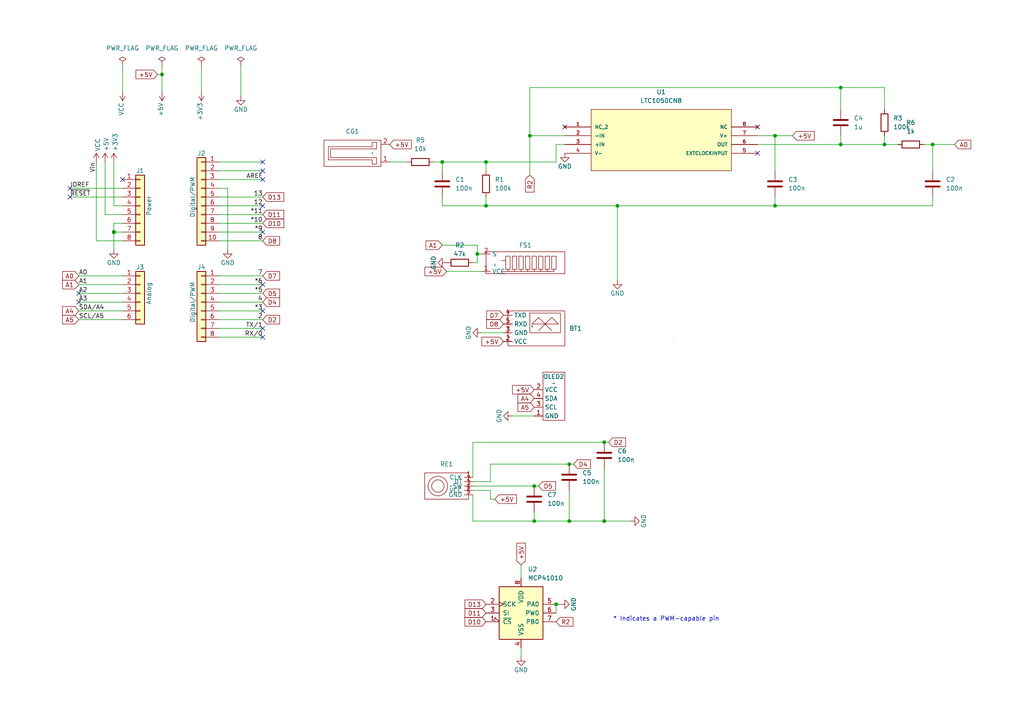
<source format=kicad_sch>
(kicad_sch (version 20230121) (generator eeschema)

  (uuid e63e39d7-6ac0-4ffd-8aa3-1841a4541b55)

  (paper "A4")

  (title_block
    (date "mar. 31 mars 2015")
  )

  (lib_symbols
    (symbol "Connector_Generic:Conn_01x06" (pin_names (offset 1.016) hide) (in_bom yes) (on_board yes)
      (property "Reference" "J" (at 0 7.62 0)
        (effects (font (size 1.27 1.27)))
      )
      (property "Value" "Conn_01x06" (at 0 -10.16 0)
        (effects (font (size 1.27 1.27)))
      )
      (property "Footprint" "" (at 0 0 0)
        (effects (font (size 1.27 1.27)) hide)
      )
      (property "Datasheet" "~" (at 0 0 0)
        (effects (font (size 1.27 1.27)) hide)
      )
      (property "ki_keywords" "connector" (at 0 0 0)
        (effects (font (size 1.27 1.27)) hide)
      )
      (property "ki_description" "Generic connector, single row, 01x06, script generated (kicad-library-utils/schlib/autogen/connector/)" (at 0 0 0)
        (effects (font (size 1.27 1.27)) hide)
      )
      (property "ki_fp_filters" "Connector*:*_1x??_*" (at 0 0 0)
        (effects (font (size 1.27 1.27)) hide)
      )
      (symbol "Conn_01x06_1_1"
        (rectangle (start -1.27 -7.493) (end 0 -7.747)
          (stroke (width 0.1524) (type default))
          (fill (type none))
        )
        (rectangle (start -1.27 -4.953) (end 0 -5.207)
          (stroke (width 0.1524) (type default))
          (fill (type none))
        )
        (rectangle (start -1.27 -2.413) (end 0 -2.667)
          (stroke (width 0.1524) (type default))
          (fill (type none))
        )
        (rectangle (start -1.27 0.127) (end 0 -0.127)
          (stroke (width 0.1524) (type default))
          (fill (type none))
        )
        (rectangle (start -1.27 2.667) (end 0 2.413)
          (stroke (width 0.1524) (type default))
          (fill (type none))
        )
        (rectangle (start -1.27 5.207) (end 0 4.953)
          (stroke (width 0.1524) (type default))
          (fill (type none))
        )
        (rectangle (start -1.27 6.35) (end 1.27 -8.89)
          (stroke (width 0.254) (type default))
          (fill (type background))
        )
        (pin passive line (at -5.08 5.08 0) (length 3.81)
          (name "Pin_1" (effects (font (size 1.27 1.27))))
          (number "1" (effects (font (size 1.27 1.27))))
        )
        (pin passive line (at -5.08 2.54 0) (length 3.81)
          (name "Pin_2" (effects (font (size 1.27 1.27))))
          (number "2" (effects (font (size 1.27 1.27))))
        )
        (pin passive line (at -5.08 0 0) (length 3.81)
          (name "Pin_3" (effects (font (size 1.27 1.27))))
          (number "3" (effects (font (size 1.27 1.27))))
        )
        (pin passive line (at -5.08 -2.54 0) (length 3.81)
          (name "Pin_4" (effects (font (size 1.27 1.27))))
          (number "4" (effects (font (size 1.27 1.27))))
        )
        (pin passive line (at -5.08 -5.08 0) (length 3.81)
          (name "Pin_5" (effects (font (size 1.27 1.27))))
          (number "5" (effects (font (size 1.27 1.27))))
        )
        (pin passive line (at -5.08 -7.62 0) (length 3.81)
          (name "Pin_6" (effects (font (size 1.27 1.27))))
          (number "6" (effects (font (size 1.27 1.27))))
        )
      )
    )
    (symbol "Connector_Generic:Conn_01x08" (pin_names (offset 1.016) hide) (in_bom yes) (on_board yes)
      (property "Reference" "J" (at 0 10.16 0)
        (effects (font (size 1.27 1.27)))
      )
      (property "Value" "Conn_01x08" (at 0 -12.7 0)
        (effects (font (size 1.27 1.27)))
      )
      (property "Footprint" "" (at 0 0 0)
        (effects (font (size 1.27 1.27)) hide)
      )
      (property "Datasheet" "~" (at 0 0 0)
        (effects (font (size 1.27 1.27)) hide)
      )
      (property "ki_keywords" "connector" (at 0 0 0)
        (effects (font (size 1.27 1.27)) hide)
      )
      (property "ki_description" "Generic connector, single row, 01x08, script generated (kicad-library-utils/schlib/autogen/connector/)" (at 0 0 0)
        (effects (font (size 1.27 1.27)) hide)
      )
      (property "ki_fp_filters" "Connector*:*_1x??_*" (at 0 0 0)
        (effects (font (size 1.27 1.27)) hide)
      )
      (symbol "Conn_01x08_1_1"
        (rectangle (start -1.27 -10.033) (end 0 -10.287)
          (stroke (width 0.1524) (type default))
          (fill (type none))
        )
        (rectangle (start -1.27 -7.493) (end 0 -7.747)
          (stroke (width 0.1524) (type default))
          (fill (type none))
        )
        (rectangle (start -1.27 -4.953) (end 0 -5.207)
          (stroke (width 0.1524) (type default))
          (fill (type none))
        )
        (rectangle (start -1.27 -2.413) (end 0 -2.667)
          (stroke (width 0.1524) (type default))
          (fill (type none))
        )
        (rectangle (start -1.27 0.127) (end 0 -0.127)
          (stroke (width 0.1524) (type default))
          (fill (type none))
        )
        (rectangle (start -1.27 2.667) (end 0 2.413)
          (stroke (width 0.1524) (type default))
          (fill (type none))
        )
        (rectangle (start -1.27 5.207) (end 0 4.953)
          (stroke (width 0.1524) (type default))
          (fill (type none))
        )
        (rectangle (start -1.27 7.747) (end 0 7.493)
          (stroke (width 0.1524) (type default))
          (fill (type none))
        )
        (rectangle (start -1.27 8.89) (end 1.27 -11.43)
          (stroke (width 0.254) (type default))
          (fill (type background))
        )
        (pin passive line (at -5.08 7.62 0) (length 3.81)
          (name "Pin_1" (effects (font (size 1.27 1.27))))
          (number "1" (effects (font (size 1.27 1.27))))
        )
        (pin passive line (at -5.08 5.08 0) (length 3.81)
          (name "Pin_2" (effects (font (size 1.27 1.27))))
          (number "2" (effects (font (size 1.27 1.27))))
        )
        (pin passive line (at -5.08 2.54 0) (length 3.81)
          (name "Pin_3" (effects (font (size 1.27 1.27))))
          (number "3" (effects (font (size 1.27 1.27))))
        )
        (pin passive line (at -5.08 0 0) (length 3.81)
          (name "Pin_4" (effects (font (size 1.27 1.27))))
          (number "4" (effects (font (size 1.27 1.27))))
        )
        (pin passive line (at -5.08 -2.54 0) (length 3.81)
          (name "Pin_5" (effects (font (size 1.27 1.27))))
          (number "5" (effects (font (size 1.27 1.27))))
        )
        (pin passive line (at -5.08 -5.08 0) (length 3.81)
          (name "Pin_6" (effects (font (size 1.27 1.27))))
          (number "6" (effects (font (size 1.27 1.27))))
        )
        (pin passive line (at -5.08 -7.62 0) (length 3.81)
          (name "Pin_7" (effects (font (size 1.27 1.27))))
          (number "7" (effects (font (size 1.27 1.27))))
        )
        (pin passive line (at -5.08 -10.16 0) (length 3.81)
          (name "Pin_8" (effects (font (size 1.27 1.27))))
          (number "8" (effects (font (size 1.27 1.27))))
        )
      )
    )
    (symbol "Connector_Generic:Conn_01x10" (pin_names (offset 1.016) hide) (in_bom yes) (on_board yes)
      (property "Reference" "J" (at 0 12.7 0)
        (effects (font (size 1.27 1.27)))
      )
      (property "Value" "Conn_01x10" (at 0 -15.24 0)
        (effects (font (size 1.27 1.27)))
      )
      (property "Footprint" "" (at 0 0 0)
        (effects (font (size 1.27 1.27)) hide)
      )
      (property "Datasheet" "~" (at 0 0 0)
        (effects (font (size 1.27 1.27)) hide)
      )
      (property "ki_keywords" "connector" (at 0 0 0)
        (effects (font (size 1.27 1.27)) hide)
      )
      (property "ki_description" "Generic connector, single row, 01x10, script generated (kicad-library-utils/schlib/autogen/connector/)" (at 0 0 0)
        (effects (font (size 1.27 1.27)) hide)
      )
      (property "ki_fp_filters" "Connector*:*_1x??_*" (at 0 0 0)
        (effects (font (size 1.27 1.27)) hide)
      )
      (symbol "Conn_01x10_1_1"
        (rectangle (start -1.27 -12.573) (end 0 -12.827)
          (stroke (width 0.1524) (type default))
          (fill (type none))
        )
        (rectangle (start -1.27 -10.033) (end 0 -10.287)
          (stroke (width 0.1524) (type default))
          (fill (type none))
        )
        (rectangle (start -1.27 -7.493) (end 0 -7.747)
          (stroke (width 0.1524) (type default))
          (fill (type none))
        )
        (rectangle (start -1.27 -4.953) (end 0 -5.207)
          (stroke (width 0.1524) (type default))
          (fill (type none))
        )
        (rectangle (start -1.27 -2.413) (end 0 -2.667)
          (stroke (width 0.1524) (type default))
          (fill (type none))
        )
        (rectangle (start -1.27 0.127) (end 0 -0.127)
          (stroke (width 0.1524) (type default))
          (fill (type none))
        )
        (rectangle (start -1.27 2.667) (end 0 2.413)
          (stroke (width 0.1524) (type default))
          (fill (type none))
        )
        (rectangle (start -1.27 5.207) (end 0 4.953)
          (stroke (width 0.1524) (type default))
          (fill (type none))
        )
        (rectangle (start -1.27 7.747) (end 0 7.493)
          (stroke (width 0.1524) (type default))
          (fill (type none))
        )
        (rectangle (start -1.27 10.287) (end 0 10.033)
          (stroke (width 0.1524) (type default))
          (fill (type none))
        )
        (rectangle (start -1.27 11.43) (end 1.27 -13.97)
          (stroke (width 0.254) (type default))
          (fill (type background))
        )
        (pin passive line (at -5.08 10.16 0) (length 3.81)
          (name "Pin_1" (effects (font (size 1.27 1.27))))
          (number "1" (effects (font (size 1.27 1.27))))
        )
        (pin passive line (at -5.08 -12.7 0) (length 3.81)
          (name "Pin_10" (effects (font (size 1.27 1.27))))
          (number "10" (effects (font (size 1.27 1.27))))
        )
        (pin passive line (at -5.08 7.62 0) (length 3.81)
          (name "Pin_2" (effects (font (size 1.27 1.27))))
          (number "2" (effects (font (size 1.27 1.27))))
        )
        (pin passive line (at -5.08 5.08 0) (length 3.81)
          (name "Pin_3" (effects (font (size 1.27 1.27))))
          (number "3" (effects (font (size 1.27 1.27))))
        )
        (pin passive line (at -5.08 2.54 0) (length 3.81)
          (name "Pin_4" (effects (font (size 1.27 1.27))))
          (number "4" (effects (font (size 1.27 1.27))))
        )
        (pin passive line (at -5.08 0 0) (length 3.81)
          (name "Pin_5" (effects (font (size 1.27 1.27))))
          (number "5" (effects (font (size 1.27 1.27))))
        )
        (pin passive line (at -5.08 -2.54 0) (length 3.81)
          (name "Pin_6" (effects (font (size 1.27 1.27))))
          (number "6" (effects (font (size 1.27 1.27))))
        )
        (pin passive line (at -5.08 -5.08 0) (length 3.81)
          (name "Pin_7" (effects (font (size 1.27 1.27))))
          (number "7" (effects (font (size 1.27 1.27))))
        )
        (pin passive line (at -5.08 -7.62 0) (length 3.81)
          (name "Pin_8" (effects (font (size 1.27 1.27))))
          (number "8" (effects (font (size 1.27 1.27))))
        )
        (pin passive line (at -5.08 -10.16 0) (length 3.81)
          (name "Pin_9" (effects (font (size 1.27 1.27))))
          (number "9" (effects (font (size 1.27 1.27))))
        )
      )
    )
    (symbol "Device:C" (pin_numbers hide) (pin_names (offset 0.254)) (in_bom yes) (on_board yes)
      (property "Reference" "C" (at 0.635 2.54 0)
        (effects (font (size 1.27 1.27)) (justify left))
      )
      (property "Value" "C" (at 0.635 -2.54 0)
        (effects (font (size 1.27 1.27)) (justify left))
      )
      (property "Footprint" "" (at 0.9652 -3.81 0)
        (effects (font (size 1.27 1.27)) hide)
      )
      (property "Datasheet" "~" (at 0 0 0)
        (effects (font (size 1.27 1.27)) hide)
      )
      (property "ki_keywords" "cap capacitor" (at 0 0 0)
        (effects (font (size 1.27 1.27)) hide)
      )
      (property "ki_description" "Unpolarized capacitor" (at 0 0 0)
        (effects (font (size 1.27 1.27)) hide)
      )
      (property "ki_fp_filters" "C_*" (at 0 0 0)
        (effects (font (size 1.27 1.27)) hide)
      )
      (symbol "C_0_1"
        (polyline
          (pts
            (xy -2.032 -0.762)
            (xy 2.032 -0.762)
          )
          (stroke (width 0.508) (type default))
          (fill (type none))
        )
        (polyline
          (pts
            (xy -2.032 0.762)
            (xy 2.032 0.762)
          )
          (stroke (width 0.508) (type default))
          (fill (type none))
        )
      )
      (symbol "C_1_1"
        (pin passive line (at 0 3.81 270) (length 2.794)
          (name "~" (effects (font (size 1.27 1.27))))
          (number "1" (effects (font (size 1.27 1.27))))
        )
        (pin passive line (at 0 -3.81 90) (length 2.794)
          (name "~" (effects (font (size 1.27 1.27))))
          (number "2" (effects (font (size 1.27 1.27))))
        )
      )
    )
    (symbol "Device:R" (pin_numbers hide) (pin_names (offset 0)) (in_bom yes) (on_board yes)
      (property "Reference" "R" (at 2.032 0 90)
        (effects (font (size 1.27 1.27)))
      )
      (property "Value" "R" (at 0 0 90)
        (effects (font (size 1.27 1.27)))
      )
      (property "Footprint" "" (at -1.778 0 90)
        (effects (font (size 1.27 1.27)) hide)
      )
      (property "Datasheet" "~" (at 0 0 0)
        (effects (font (size 1.27 1.27)) hide)
      )
      (property "ki_keywords" "R res resistor" (at 0 0 0)
        (effects (font (size 1.27 1.27)) hide)
      )
      (property "ki_description" "Resistor" (at 0 0 0)
        (effects (font (size 1.27 1.27)) hide)
      )
      (property "ki_fp_filters" "R_*" (at 0 0 0)
        (effects (font (size 1.27 1.27)) hide)
      )
      (symbol "R_0_1"
        (rectangle (start -1.016 -2.54) (end 1.016 2.54)
          (stroke (width 0.254) (type default))
          (fill (type none))
        )
      )
      (symbol "R_1_1"
        (pin passive line (at 0 3.81 270) (length 1.27)
          (name "~" (effects (font (size 1.27 1.27))))
          (number "1" (effects (font (size 1.27 1.27))))
        )
        (pin passive line (at 0 -3.81 90) (length 1.27)
          (name "~" (effects (font (size 1.27 1.27))))
          (number "2" (effects (font (size 1.27 1.27))))
        )
      )
    )
    (symbol "GND_1" (power) (pin_names (offset 0)) (in_bom yes) (on_board yes)
      (property "Reference" "#PWR" (at 0 -6.35 0)
        (effects (font (size 1.27 1.27)) hide)
      )
      (property "Value" "GND_1" (at 0 -3.81 0)
        (effects (font (size 1.27 1.27)))
      )
      (property "Footprint" "" (at 0 0 0)
        (effects (font (size 1.27 1.27)) hide)
      )
      (property "Datasheet" "" (at 0 0 0)
        (effects (font (size 1.27 1.27)) hide)
      )
      (property "ki_keywords" "global power" (at 0 0 0)
        (effects (font (size 1.27 1.27)) hide)
      )
      (property "ki_description" "Power symbol creates a global label with name \"GND\" , ground" (at 0 0 0)
        (effects (font (size 1.27 1.27)) hide)
      )
      (symbol "GND_1_0_1"
        (polyline
          (pts
            (xy 0 0)
            (xy 0 -1.27)
            (xy 1.27 -1.27)
            (xy 0 -2.54)
            (xy -1.27 -1.27)
            (xy 0 -1.27)
          )
          (stroke (width 0) (type default))
          (fill (type none))
        )
      )
      (symbol "GND_1_1_1"
        (pin power_in line (at 0 0 270) (length 0) hide
          (name "GND" (effects (font (size 1.27 1.27))))
          (number "1" (effects (font (size 1.27 1.27))))
        )
      )
    )
    (symbol "Potentiometer_Digital:MCP41010" (pin_names (offset 1.016)) (in_bom yes) (on_board yes)
      (property "Reference" "U" (at -6.35 8.89 0)
        (effects (font (size 1.27 1.27)) (justify left))
      )
      (property "Value" "MCP41010" (at 1.27 8.89 0)
        (effects (font (size 1.27 1.27)) (justify left))
      )
      (property "Footprint" "" (at 0 0 0)
        (effects (font (size 1.27 1.27)) hide)
      )
      (property "Datasheet" "http://ww1.microchip.com/downloads/en/DeviceDoc/11195c.pdf" (at 0 0 0)
        (effects (font (size 1.27 1.27)) hide)
      )
      (property "ki_keywords" "R POT" (at 0 0 0)
        (effects (font (size 1.27 1.27)) hide)
      )
      (property "ki_description" "Single Digital Potentiometer, SPI interface, 256 taps, 10 kohm" (at 0 0 0)
        (effects (font (size 1.27 1.27)) hide)
      )
      (property "ki_fp_filters" "DIP*W7.62mm* SOIC*P1.27mm*" (at 0 0 0)
        (effects (font (size 1.27 1.27)) hide)
      )
      (symbol "MCP41010_0_1"
        (rectangle (start -6.35 7.62) (end 6.35 -7.62)
          (stroke (width 0.254) (type default))
          (fill (type background))
        )
      )
      (symbol "MCP41010_1_1"
        (pin input input_low (at -10.16 -2.54 0) (length 3.81)
          (name "~{CS}" (effects (font (size 1.27 1.27))))
          (number "1" (effects (font (size 1.27 1.27))))
        )
        (pin passive clock (at -10.16 2.54 0) (length 3.81)
          (name "SCK" (effects (font (size 1.27 1.27))))
          (number "2" (effects (font (size 1.27 1.27))))
        )
        (pin input line (at -10.16 0 0) (length 3.81)
          (name "SI" (effects (font (size 1.27 1.27))))
          (number "3" (effects (font (size 1.27 1.27))))
        )
        (pin power_in line (at 0 -10.16 90) (length 2.54)
          (name "VSS" (effects (font (size 1.27 1.27))))
          (number "4" (effects (font (size 1.27 1.27))))
        )
        (pin passive line (at 10.16 2.54 180) (length 3.81)
          (name "PA0" (effects (font (size 1.27 1.27))))
          (number "5" (effects (font (size 1.27 1.27))))
        )
        (pin passive line (at 10.16 0 180) (length 3.81)
          (name "PW0" (effects (font (size 1.27 1.27))))
          (number "6" (effects (font (size 1.27 1.27))))
        )
        (pin passive line (at 10.16 -2.54 180) (length 3.81)
          (name "PB0" (effects (font (size 1.27 1.27))))
          (number "7" (effects (font (size 1.27 1.27))))
        )
        (pin power_in line (at 0 10.16 270) (length 2.54)
          (name "VDD" (effects (font (size 1.27 1.27))))
          (number "8" (effects (font (size 1.27 1.27))))
        )
      )
    )
    (symbol "Projet MOSH:Bluetooth" (in_bom yes) (on_board yes)
      (property "Reference" "BT" (at -2.54 -5.08 0)
        (effects (font (size 1.27 1.27)))
      )
      (property "Value" "" (at 1.905 -0.635 0)
        (effects (font (size 1.27 1.27)))
      )
      (property "Footprint" "" (at 1.905 -0.635 0)
        (effects (font (size 1.27 1.27)) hide)
      )
      (property "Datasheet" "" (at 1.905 -0.635 0)
        (effects (font (size 1.27 1.27)) hide)
      )
      (symbol "Bluetooth_0_1"
        (polyline
          (pts
            (xy 1.27 -5.715)
            (xy 0.635 -6.35)
          )
          (stroke (width 0) (type default))
          (fill (type none))
        )
        (polyline
          (pts
            (xy 1.27 -3.175)
            (xy 0.635 -2.54)
            (xy 1.27 -3.175)
          )
          (stroke (width 0) (type default))
          (fill (type none))
        )
        (polyline
          (pts
            (xy 2.54 -2.54)
            (xy 2.54 -8.255)
            (xy 4.445 -6.35)
            (xy 2.54 -4.445)
            (xy 4.445 -2.54)
            (xy 2.54 -0.635)
            (xy 2.54 -2.54)
            (xy 2.54 -4.445)
            (xy 1.27 -3.175)
            (xy 2.54 -4.445)
            (xy 1.27 -5.715)
            (xy 2.54 -4.445)
          )
          (stroke (width 0) (type default))
          (fill (type none))
        )
        (rectangle (start 0 0) (end 5.715 -8.89)
          (stroke (width 0) (type default))
          (fill (type none))
        )
      )
      (symbol "Bluetooth_1_1"
        (rectangle (start -3.81 6.35) (end 6.35 -10.16)
          (stroke (width 0) (type default))
          (fill (type none))
        )
        (pin power_in line (at -2.54 7.62 270) (length 2.54)
          (name "VCC" (effects (font (size 1.27 1.27))))
          (number "2" (effects (font (size 1.27 1.27))))
        )
        (pin power_in line (at 0 7.62 270) (length 2.54)
          (name "GND" (effects (font (size 1.27 1.27))))
          (number "3" (effects (font (size 1.27 1.27))))
        )
        (pin output line (at 5.08 7.62 270) (length 2.54)
          (name "TXD" (effects (font (size 1.27 1.27))))
          (number "4" (effects (font (size 1.27 1.27))))
        )
        (pin output line (at 2.54 7.62 270) (length 2.54)
          (name "RXD" (effects (font (size 1.27 1.27))))
          (number "5" (effects (font (size 1.27 1.27))))
        )
      )
    )
    (symbol "Projet MOSH:Capteur_Graphite" (in_bom yes) (on_board yes)
      (property "Reference" "CG" (at -4.445 -4.445 0)
        (effects (font (size 1.27 1.27)))
      )
      (property "Value" "" (at -4.445 -4.445 90)
        (effects (font (size 1.27 1.27)))
      )
      (property "Footprint" "" (at -4.445 -4.445 90)
        (effects (font (size 1.27 1.27)) hide)
      )
      (property "Datasheet" "" (at -4.445 -4.445 90)
        (effects (font (size 1.27 1.27)) hide)
      )
      (symbol "Capteur_Graphite_0_1"
        (rectangle (start -6.985 -8.255) (end 9.525 -0.635)
          (stroke (width 0) (type default))
          (fill (type none))
        )
        (polyline
          (pts
            (xy -5.715 -6.985)
            (xy -5.715 -5.715)
            (xy 7.62 -5.715)
            (xy 7.62 -3.81)
            (xy 7.62 -3.175)
            (xy -5.715 -3.175)
            (xy -5.715 -1.27)
            (xy -4.445 -1.27)
            (xy -4.445 -2.54)
            (xy 8.255 -2.54)
            (xy 8.255 -6.35)
            (xy -4.445 -6.35)
            (xy -4.445 -7.62)
            (xy -5.715 -7.62)
            (xy -5.715 -6.985)
            (xy -5.715 -6.35)
          )
          (stroke (width 0) (type default))
          (fill (type none))
        )
      )
      (symbol "Capteur_Graphite_1_1"
        (pin passive line (at -9.525 -1.905 0) (length 2.54)
          (name "" (effects (font (size 1.27 1.27))))
          (number "1" (effects (font (size 1.27 1.27))))
        )
        (pin passive line (at -9.525 -6.985 0) (length 2.54)
          (name "" (effects (font (size 1.27 1.27))))
          (number "2" (effects (font (size 1.27 1.27))))
        )
      )
    )
    (symbol "Projet MOSH:FlexSensor" (in_bom yes) (on_board yes)
      (property "Reference" "FS" (at -0.635 -19.05 0)
        (effects (font (size 1.27 1.27)))
      )
      (property "Value" "" (at 0.635 0 0)
        (effects (font (size 1.27 1.27)))
      )
      (property "Footprint" "" (at 0.635 0 0)
        (effects (font (size 1.27 1.27)) hide)
      )
      (property "Datasheet" "" (at 0.635 0 0)
        (effects (font (size 1.27 1.27)) hide)
      )
      (symbol "FlexSensor_0_1"
        (rectangle (start -1.905 2.54) (end 4.445 -20.32)
          (stroke (width 0) (type default))
          (fill (type none))
        )
        (rectangle (start -0.635 -16.51) (end 3.175 -17.78)
          (stroke (width 0) (type default))
          (fill (type none))
        )
        (rectangle (start -0.635 -14.605) (end 3.175 -15.875)
          (stroke (width 0) (type default))
          (fill (type none))
        )
        (rectangle (start -0.635 -12.7) (end 3.175 -13.97)
          (stroke (width 0) (type default))
          (fill (type none))
        )
        (rectangle (start -0.635 -10.795) (end 3.175 -12.065)
          (stroke (width 0) (type default))
          (fill (type none))
        )
        (rectangle (start -0.635 -8.89) (end 3.175 -10.16)
          (stroke (width 0) (type default))
          (fill (type none))
        )
        (rectangle (start -0.635 -6.985) (end 3.175 -8.255)
          (stroke (width 0) (type default))
          (fill (type none))
        )
        (rectangle (start -0.635 -5.08) (end 3.175 -6.35)
          (stroke (width 0) (type default))
          (fill (type none))
        )
        (rectangle (start -0.635 -3.175) (end 3.175 -4.445)
          (stroke (width 0) (type default))
          (fill (type none))
        )
        (polyline
          (pts
            (xy -1.27 -15.24)
            (xy -0.635 -15.24)
          )
          (stroke (width 0) (type default))
          (fill (type none))
        )
        (polyline
          (pts
            (xy -1.27 -13.335)
            (xy -0.635 -13.335)
          )
          (stroke (width 0) (type default))
          (fill (type none))
        )
        (polyline
          (pts
            (xy -1.27 -11.43)
            (xy -0.635 -11.43)
          )
          (stroke (width 0) (type default))
          (fill (type none))
        )
        (polyline
          (pts
            (xy -1.27 -9.525)
            (xy -0.635 -9.525)
          )
          (stroke (width 0) (type default))
          (fill (type none))
        )
        (polyline
          (pts
            (xy -1.27 -7.62)
            (xy -0.635 -7.62)
          )
          (stroke (width 0) (type default))
          (fill (type none))
        )
        (polyline
          (pts
            (xy -1.27 -5.715)
            (xy -0.635 -5.715)
          )
          (stroke (width 0) (type default))
          (fill (type none))
        )
        (polyline
          (pts
            (xy -1.27 -3.81)
            (xy -0.635 -3.81)
          )
          (stroke (width 0) (type default))
          (fill (type none))
        )
        (polyline
          (pts
            (xy 1.905 -3.175)
            (xy 1.905 -1.905)
          )
          (stroke (width 0) (type default))
          (fill (type none))
        )
        (polyline
          (pts
            (xy -1.27 -1.905)
            (xy -1.27 -17.145)
            (xy -0.635 -17.145)
          )
          (stroke (width 0) (type default))
          (fill (type none))
        )
      )
      (symbol "FlexSensor_1_1"
        (pin power_in line (at -1.27 3.81 270) (length 2.54)
          (name "VCC" (effects (font (size 1.27 1.27))))
          (number "1" (effects (font (size 1.27 1.27))))
        )
        (pin input line (at 3.81 3.81 270) (length 2.54)
          (name "S" (effects (font (size 1.27 1.27))))
          (number "2" (effects (font (size 1.27 1.27))))
        )
      )
    )
    (symbol "Projet MOSH:LTC1050CN8" (pin_names (offset 1.016)) (in_bom yes) (on_board yes)
      (property "Reference" "U" (at 23.2156 9.1186 0)
        (effects (font (size 1.27 1.27)) (justify left bottom))
      )
      (property "Value" "LTC1050CN8" (at 22.5806 6.5786 0)
        (effects (font (size 1.27 1.27)) (justify left bottom))
      )
      (property "Footprint" "" (at 15.875 13.97 0)
        (effects (font (size 1.27 1.27)) (justify bottom) hide)
      )
      (property "Datasheet" "" (at 0 0 0)
        (effects (font (size 1.27 1.27)) hide)
      )
      (property "MF" "" (at 10.795 8.255 0)
        (effects (font (size 1.27 1.27)) (justify bottom) hide)
      )
      (property "VENDOR" "" (at -4.445 -16.51 0)
        (effects (font (size 1.27 1.27)) (justify bottom) hide)
      )
      (property "Description" "" (at 14.605 -29.21 0)
        (effects (font (size 1.27 1.27)) (justify bottom) hide)
      )
      (property "COPYRIGHT" "" (at 38.1 20.955 0)
        (effects (font (size 1.27 1.27)) (justify bottom) hide)
      )
      (property "Package" "" (at 26.035 -16.51 0)
        (effects (font (size 1.27 1.27)) (justify bottom) hide)
      )
      (property "Price" "" (at 8.89 -15.875 0)
        (effects (font (size 1.27 1.27)) (justify bottom) hide)
      )
      (property "Check_prices" "" (at 12.7 -22.225 0)
        (effects (font (size 1.27 1.27)) (justify bottom) hide)
      )
      (property "SnapEDA_Link" "" (at 13.335 -25.4 0)
        (effects (font (size 1.27 1.27)) (justify bottom) hide)
      )
      (property "MP" "" (at 36.195 14.605 0)
        (effects (font (size 1.27 1.27)) (justify bottom) hide)
      )
      (property "Purchase-URL" "" (at 46.99 -38.1 0)
        (effects (font (size 1.27 1.27)) (justify bottom) hide)
      )
      (property "Availability" "" (at 7.62 -34.29 0)
        (effects (font (size 1.27 1.27)) (justify bottom) hide)
      )
      (property "MANUFACTURER_PART_NUMBER" "" (at 7.62 -31.75 0)
        (effects (font (size 1.27 1.27)) (justify bottom) hide)
      )
      (symbol "LTC1050CN8_0_0"
        (rectangle (start 7.62 -12.7) (end 48.26 5.08)
          (stroke (width 0.1524) (type default))
          (fill (type background))
        )
        (pin no_connect line (at 0 0 0) (length 7.62)
          (name "NC_2" (effects (font (size 1.016 1.016))))
          (number "1" (effects (font (size 1.016 1.016))))
        )
        (pin input line (at 0 -2.54 0) (length 7.62)
          (name "-IN" (effects (font (size 1.016 1.016))))
          (number "2" (effects (font (size 1.016 1.016))))
        )
        (pin input line (at 0 -5.08 0) (length 7.62)
          (name "+IN" (effects (font (size 1.016 1.016))))
          (number "3" (effects (font (size 1.016 1.016))))
        )
        (pin power_in line (at 0 -7.62 0) (length 7.62)
          (name "V-" (effects (font (size 1.016 1.016))))
          (number "4" (effects (font (size 1.016 1.016))))
        )
        (pin input line (at 55.88 -7.62 180) (length 7.62)
          (name "EXTCLOCKINPUT" (effects (font (size 1.016 1.016))))
          (number "5" (effects (font (size 1.016 1.016))))
        )
        (pin output line (at 55.88 -5.08 180) (length 7.62)
          (name "OUT" (effects (font (size 1.016 1.016))))
          (number "6" (effects (font (size 1.016 1.016))))
        )
        (pin power_in line (at 55.88 -2.54 180) (length 7.62)
          (name "V+" (effects (font (size 1.016 1.016))))
          (number "7" (effects (font (size 1.016 1.016))))
        )
        (pin no_connect line (at 55.88 0 180) (length 7.62)
          (name "NC" (effects (font (size 1.016 1.016))))
          (number "8" (effects (font (size 1.016 1.016))))
        )
      )
    )
    (symbol "Projet MOSH:OLED_Screen" (in_bom yes) (on_board yes)
      (property "Reference" "OLED" (at -3.175 5.715 0)
        (effects (font (size 1.27 1.27)))
      )
      (property "Value" "" (at -3.175 4.445 0)
        (effects (font (size 1.27 1.27)))
      )
      (property "Footprint" "" (at -3.175 4.445 0)
        (effects (font (size 1.27 1.27)) hide)
      )
      (property "Datasheet" "" (at -3.175 4.445 0)
        (effects (font (size 1.27 1.27)) hide)
      )
      (symbol "OLED_Screen_0_1"
        (rectangle (start -6.35 7.62) (end 0 -6.35)
          (stroke (width 0) (type default))
          (fill (type none))
        )
        (rectangle (start 31.115 16.51) (end 31.115 16.51)
          (stroke (width 0) (type default))
          (fill (type none))
        )
      )
      (symbol "OLED_Screen_1_1"
        (pin power_in line (at -8.89 -5.08 0) (length 2.54)
          (name "GND" (effects (font (size 1.27 1.27))))
          (number "1" (effects (font (size 1.27 1.27))))
        )
        (pin power_in line (at -8.89 2.54 0) (length 2.54)
          (name "VCC" (effects (font (size 1.27 1.27))))
          (number "2" (effects (font (size 1.27 1.27))))
        )
        (pin input line (at -8.89 -2.54 0) (length 2.54)
          (name "SCL" (effects (font (size 1.27 1.27))))
          (number "3" (effects (font (size 1.27 1.27))))
        )
        (pin input line (at -8.89 0 0) (length 2.54)
          (name "SDA" (effects (font (size 1.27 1.27))))
          (number "4" (effects (font (size 1.27 1.27))))
        )
      )
    )
    (symbol "Projet MOSH:Rotary_encoder_w_resistors" (in_bom yes) (on_board yes)
      (property "Reference" "RE" (at -6.35 2.54 0)
        (effects (font (size 1.27 1.27)))
      )
      (property "Value" "" (at 0 0 0)
        (effects (font (size 1.27 1.27)))
      )
      (property "Footprint" "" (at 0 0 0)
        (effects (font (size 1.27 1.27)) hide)
      )
      (property "Datasheet" "" (at 0 0 0)
        (effects (font (size 1.27 1.27)) hide)
      )
      (symbol "Rotary_encoder_w_resistors_0_1"
        (rectangle (start -7.62 3.81) (end 5.08 -3.81)
          (stroke (width 0) (type default))
          (fill (type none))
        )
        (circle (center -3.81 0) (radius 1.7961)
          (stroke (width 0) (type default))
          (fill (type none))
        )
        (circle (center -3.81 0) (radius 2.8398)
          (stroke (width 0) (type default))
          (fill (type none))
        )
      )
      (symbol "Rotary_encoder_w_resistors_1_1"
        (pin input line (at 6.35 2.54 180) (length 2.54)
          (name "CLK" (effects (font (size 1.27 1.27))))
          (number "1" (effects (font (size 1.27 1.27))))
        )
        (pin input line (at 6.35 1.27 180) (length 2.54)
          (name "DT" (effects (font (size 1.27 1.27))))
          (number "2" (effects (font (size 1.27 1.27))))
        )
        (pin input line (at 6.35 0 180) (length 2.54)
          (name "SW" (effects (font (size 1.27 1.27))))
          (number "3" (effects (font (size 1.27 1.27))))
        )
        (pin power_in line (at 6.35 -1.27 180) (length 2.54)
          (name "VCC" (effects (font (size 1.27 1.27))))
          (number "4" (effects (font (size 1.27 1.27))))
        )
        (pin power_in line (at 6.35 -2.54 180) (length 2.54)
          (name "GND" (effects (font (size 1.27 1.27))))
          (number "5" (effects (font (size 1.27 1.27))))
        )
      )
    )
    (symbol "power:+3V3" (power) (pin_names (offset 0)) (in_bom yes) (on_board yes)
      (property "Reference" "#PWR" (at 0 -3.81 0)
        (effects (font (size 1.27 1.27)) hide)
      )
      (property "Value" "+3V3" (at 0 3.556 0)
        (effects (font (size 1.27 1.27)))
      )
      (property "Footprint" "" (at 0 0 0)
        (effects (font (size 1.27 1.27)) hide)
      )
      (property "Datasheet" "" (at 0 0 0)
        (effects (font (size 1.27 1.27)) hide)
      )
      (property "ki_keywords" "power-flag" (at 0 0 0)
        (effects (font (size 1.27 1.27)) hide)
      )
      (property "ki_description" "Power symbol creates a global label with name \"+3V3\"" (at 0 0 0)
        (effects (font (size 1.27 1.27)) hide)
      )
      (symbol "+3V3_0_1"
        (polyline
          (pts
            (xy -0.762 1.27)
            (xy 0 2.54)
          )
          (stroke (width 0) (type default))
          (fill (type none))
        )
        (polyline
          (pts
            (xy 0 0)
            (xy 0 2.54)
          )
          (stroke (width 0) (type default))
          (fill (type none))
        )
        (polyline
          (pts
            (xy 0 2.54)
            (xy 0.762 1.27)
          )
          (stroke (width 0) (type default))
          (fill (type none))
        )
      )
      (symbol "+3V3_1_1"
        (pin power_in line (at 0 0 90) (length 0) hide
          (name "+3V3" (effects (font (size 1.27 1.27))))
          (number "1" (effects (font (size 1.27 1.27))))
        )
      )
    )
    (symbol "power:+5V" (power) (pin_names (offset 0)) (in_bom yes) (on_board yes)
      (property "Reference" "#PWR" (at 0 -3.81 0)
        (effects (font (size 1.27 1.27)) hide)
      )
      (property "Value" "+5V" (at 0 3.556 0)
        (effects (font (size 1.27 1.27)))
      )
      (property "Footprint" "" (at 0 0 0)
        (effects (font (size 1.27 1.27)) hide)
      )
      (property "Datasheet" "" (at 0 0 0)
        (effects (font (size 1.27 1.27)) hide)
      )
      (property "ki_keywords" "power-flag" (at 0 0 0)
        (effects (font (size 1.27 1.27)) hide)
      )
      (property "ki_description" "Power symbol creates a global label with name \"+5V\"" (at 0 0 0)
        (effects (font (size 1.27 1.27)) hide)
      )
      (symbol "+5V_0_1"
        (polyline
          (pts
            (xy -0.762 1.27)
            (xy 0 2.54)
          )
          (stroke (width 0) (type default))
          (fill (type none))
        )
        (polyline
          (pts
            (xy 0 0)
            (xy 0 2.54)
          )
          (stroke (width 0) (type default))
          (fill (type none))
        )
        (polyline
          (pts
            (xy 0 2.54)
            (xy 0.762 1.27)
          )
          (stroke (width 0) (type default))
          (fill (type none))
        )
      )
      (symbol "+5V_1_1"
        (pin power_in line (at 0 0 90) (length 0) hide
          (name "+5V" (effects (font (size 1.27 1.27))))
          (number "1" (effects (font (size 1.27 1.27))))
        )
      )
    )
    (symbol "power:GND" (power) (pin_names (offset 0)) (in_bom yes) (on_board yes)
      (property "Reference" "#PWR" (at 0 -6.35 0)
        (effects (font (size 1.27 1.27)) hide)
      )
      (property "Value" "GND" (at 0 -3.81 0)
        (effects (font (size 1.27 1.27)))
      )
      (property "Footprint" "" (at 0 0 0)
        (effects (font (size 1.27 1.27)) hide)
      )
      (property "Datasheet" "" (at 0 0 0)
        (effects (font (size 1.27 1.27)) hide)
      )
      (property "ki_keywords" "power-flag" (at 0 0 0)
        (effects (font (size 1.27 1.27)) hide)
      )
      (property "ki_description" "Power symbol creates a global label with name \"GND\" , ground" (at 0 0 0)
        (effects (font (size 1.27 1.27)) hide)
      )
      (symbol "GND_0_1"
        (polyline
          (pts
            (xy 0 0)
            (xy 0 -1.27)
            (xy 1.27 -1.27)
            (xy 0 -2.54)
            (xy -1.27 -1.27)
            (xy 0 -1.27)
          )
          (stroke (width 0) (type default))
          (fill (type none))
        )
      )
      (symbol "GND_1_1"
        (pin power_in line (at 0 0 270) (length 0) hide
          (name "GND" (effects (font (size 1.27 1.27))))
          (number "1" (effects (font (size 1.27 1.27))))
        )
      )
    )
    (symbol "power:PWR_FLAG" (power) (pin_numbers hide) (pin_names (offset 0) hide) (in_bom yes) (on_board yes)
      (property "Reference" "#FLG" (at 0 1.905 0)
        (effects (font (size 1.27 1.27)) hide)
      )
      (property "Value" "PWR_FLAG" (at 0 3.81 0)
        (effects (font (size 1.27 1.27)))
      )
      (property "Footprint" "" (at 0 0 0)
        (effects (font (size 1.27 1.27)) hide)
      )
      (property "Datasheet" "~" (at 0 0 0)
        (effects (font (size 1.27 1.27)) hide)
      )
      (property "ki_keywords" "flag power" (at 0 0 0)
        (effects (font (size 1.27 1.27)) hide)
      )
      (property "ki_description" "Special symbol for telling ERC where power comes from" (at 0 0 0)
        (effects (font (size 1.27 1.27)) hide)
      )
      (symbol "PWR_FLAG_0_0"
        (pin power_out line (at 0 0 90) (length 0)
          (name "pwr" (effects (font (size 1.27 1.27))))
          (number "1" (effects (font (size 1.27 1.27))))
        )
      )
      (symbol "PWR_FLAG_0_1"
        (polyline
          (pts
            (xy 0 0)
            (xy 0 1.27)
            (xy -1.016 1.905)
            (xy 0 2.54)
            (xy 1.016 1.905)
            (xy 0 1.27)
          )
          (stroke (width 0) (type default))
          (fill (type none))
        )
      )
    )
    (symbol "power:VCC" (power) (pin_names (offset 0)) (in_bom yes) (on_board yes)
      (property "Reference" "#PWR" (at 0 -3.81 0)
        (effects (font (size 1.27 1.27)) hide)
      )
      (property "Value" "VCC" (at 0 3.81 0)
        (effects (font (size 1.27 1.27)))
      )
      (property "Footprint" "" (at 0 0 0)
        (effects (font (size 1.27 1.27)) hide)
      )
      (property "Datasheet" "" (at 0 0 0)
        (effects (font (size 1.27 1.27)) hide)
      )
      (property "ki_keywords" "power-flag" (at 0 0 0)
        (effects (font (size 1.27 1.27)) hide)
      )
      (property "ki_description" "Power symbol creates a global label with name \"VCC\"" (at 0 0 0)
        (effects (font (size 1.27 1.27)) hide)
      )
      (symbol "VCC_0_1"
        (polyline
          (pts
            (xy -0.762 1.27)
            (xy 0 2.54)
          )
          (stroke (width 0) (type default))
          (fill (type none))
        )
        (polyline
          (pts
            (xy 0 0)
            (xy 0 2.54)
          )
          (stroke (width 0) (type default))
          (fill (type none))
        )
        (polyline
          (pts
            (xy 0 2.54)
            (xy 0.762 1.27)
          )
          (stroke (width 0) (type default))
          (fill (type none))
        )
      )
      (symbol "VCC_1_1"
        (pin power_in line (at 0 0 90) (length 0) hide
          (name "VCC" (effects (font (size 1.27 1.27))))
          (number "1" (effects (font (size 1.27 1.27))))
        )
      )
    )
  )

  (junction (at 138.43 73.66) (diameter 0) (color 0 0 0 0)
    (uuid 03c3a8b4-0f3a-492c-ac42-1800d4358ca8)
  )
  (junction (at 175.26 128.27) (diameter 0) (color 0 0 0 0)
    (uuid 07c3d139-db0b-408d-adc4-002f48053ae1)
  )
  (junction (at 161.29 175.26) (diameter 0) (color 0 0 0 0)
    (uuid 0ccc04ae-0429-48e8-8028-e3cc427ebe98)
  )
  (junction (at 243.84 41.91) (diameter 0) (color 0 0 0 0)
    (uuid 3dca65ac-040f-4e30-8db8-51e9ca08557f)
  )
  (junction (at 33.02 67.31) (diameter 1.016) (color 0 0 0 0)
    (uuid 3dcc657b-55a1-48e0-9667-e01e7b6b08b5)
  )
  (junction (at 224.79 39.37) (diameter 0) (color 0 0 0 0)
    (uuid 456086b9-ac90-4e1c-9528-36ff0f2f26d2)
  )
  (junction (at 165.1 134.62) (diameter 0) (color 0 0 0 0)
    (uuid 4dc36e8f-81c7-422f-8996-018d5c12ed9a)
  )
  (junction (at 154.94 151.13) (diameter 0) (color 0 0 0 0)
    (uuid 52271dea-d053-43a9-b1f1-d64f5d76b416)
  )
  (junction (at 140.97 46.99) (diameter 0) (color 0 0 0 0)
    (uuid 681491a8-0d09-43e8-85bf-366f2a9a8b9d)
  )
  (junction (at 175.26 151.13) (diameter 0) (color 0 0 0 0)
    (uuid 7c91c630-2e22-466a-aa4b-a00150c062d0)
  )
  (junction (at 140.97 59.69) (diameter 0) (color 0 0 0 0)
    (uuid 9d7c972b-d966-4bde-a0b3-d09a8cfc4401)
  )
  (junction (at 154.94 140.97) (diameter 0) (color 0 0 0 0)
    (uuid a5826e81-521a-4896-bc24-4715ab46123c)
  )
  (junction (at 179.07 59.69) (diameter 0) (color 0 0 0 0)
    (uuid af7e5a1e-aa2b-4803-ab2c-4050c7cc046e)
  )
  (junction (at 165.1 151.13) (diameter 0) (color 0 0 0 0)
    (uuid b201f702-1061-4ce5-a51e-d8efdae28f94)
  )
  (junction (at 270.51 41.91) (diameter 0) (color 0 0 0 0)
    (uuid b3eb7f02-7f94-4bd7-82f1-b403691f3f79)
  )
  (junction (at 243.84 25.4) (diameter 0) (color 0 0 0 0)
    (uuid b5cf9fa2-1d15-4a2c-a62e-05fd543e89c4)
  )
  (junction (at 128.27 46.99) (diameter 0) (color 0 0 0 0)
    (uuid b816223e-ed30-4139-908b-1aee2320b258)
  )
  (junction (at 256.54 41.91) (diameter 0) (color 0 0 0 0)
    (uuid cb0b44c1-144b-4eb6-834f-978e1d3c8ca1)
  )
  (junction (at 153.67 39.37) (diameter 0) (color 0 0 0 0)
    (uuid d778a40e-dea1-4a96-bd7d-2346da5e1fa7)
  )
  (junction (at 224.79 59.69) (diameter 0) (color 0 0 0 0)
    (uuid d7b234a7-49be-4d13-a937-a454ac531775)
  )
  (junction (at 46.99 21.59) (diameter 0) (color 0 0 0 0)
    (uuid ebb39eb5-e503-43d7-b185-573e1ae0c79e)
  )

  (no_connect (at 22.86 87.63) (uuid 0790c04b-c580-4a9b-8eed-e259ef466ab6))
  (no_connect (at 76.2 97.79) (uuid 15a74e97-b328-4987-b8fe-56d378c5da26))
  (no_connect (at 22.86 85.09) (uuid 38d23499-d506-420c-b666-b0fd522aa028))
  (no_connect (at 163.83 36.83) (uuid 659ff2d7-5918-4ab2-8c0c-02fbf11bf670))
  (no_connect (at 76.2 59.69) (uuid 6634e6f3-ce03-4a48-b09a-2e3534d8082f))
  (no_connect (at 76.2 49.53) (uuid 6780b90f-da3b-4102-b050-9ecdb9cafc58))
  (no_connect (at 76.2 67.31) (uuid 6d42c596-d513-4793-8fdf-349435b9f995))
  (no_connect (at 20.32 54.61) (uuid 8573f79b-d0aa-4b20-8416-132e456d5f53))
  (no_connect (at 20.32 57.15) (uuid 8660b7ce-61d1-4c0b-a2b7-30e5a871dbb1))
  (no_connect (at 76.2 46.99) (uuid 96acb83c-9d24-4077-a149-0cee5d363e4e))
  (no_connect (at 76.2 95.25) (uuid b2a51752-719f-48fc-b899-43c6a6442746))
  (no_connect (at 219.71 44.45) (uuid b6ea41fc-4867-41df-b01e-21208fef1cdd))
  (no_connect (at 76.2 52.07) (uuid c2c54aab-6283-4c27-a478-0d12989cea4d))
  (no_connect (at 219.71 36.83) (uuid cf7f56a7-eda4-45e5-9a5a-1a69b06d812d))
  (no_connect (at 35.56 52.07) (uuid d181157c-7812-47e5-a0cf-9580c905fc86))
  (no_connect (at 76.2 82.55) (uuid d847d45c-73f2-4a74-9368-6f8b890df28a))
  (no_connect (at 76.2 90.17) (uuid e8da9075-a8f7-49ed-8806-151e65b9ac26))

  (wire (pts (xy 63.5 97.79) (xy 76.2 97.79))
    (stroke (width 0) (type solid))
    (uuid 010ba307-2067-49d3-b0fa-6414143f3fc2)
  )
  (wire (pts (xy 63.5 64.77) (xy 76.2 64.77))
    (stroke (width 0) (type solid))
    (uuid 09480ba4-37da-45e3-b9fe-6beebf876349)
  )
  (wire (pts (xy 142.24 144.78) (xy 142.24 142.24))
    (stroke (width 0) (type default))
    (uuid 0bf40fc4-9760-469a-a559-4c5b6337e606)
  )
  (wire (pts (xy 151.13 187.96) (xy 151.13 190.5))
    (stroke (width 0) (type default))
    (uuid 0e6cd977-a5ed-407e-a2a7-079643bb9aed)
  )
  (wire (pts (xy 161.29 175.26) (xy 161.29 177.8))
    (stroke (width 0) (type default))
    (uuid 0e85da47-38e5-4825-b102-9ba6aa243418)
  )
  (wire (pts (xy 63.5 46.99) (xy 76.2 46.99))
    (stroke (width 0) (type solid))
    (uuid 0f5d2189-4ead-42fa-8f7a-cfa3af4de132)
  )
  (wire (pts (xy 129.54 78.74) (xy 139.7 78.74))
    (stroke (width 0) (type default))
    (uuid 14412fb0-1fe4-4b2d-bdd6-ce2c758c67ce)
  )
  (wire (pts (xy 224.79 39.37) (xy 229.87 39.37))
    (stroke (width 0) (type default))
    (uuid 17f15b75-0384-4ec3-8d23-c9a1c500d69f)
  )
  (wire (pts (xy 33.02 64.77) (xy 33.02 67.31))
    (stroke (width 0) (type solid))
    (uuid 1c31b835-925f-4a5c-92df-8f2558bb711b)
  )
  (wire (pts (xy 256.54 25.4) (xy 243.84 25.4))
    (stroke (width 0) (type default))
    (uuid 1d8bdf5e-a54c-48e4-a8b3-e0fd88a8053c)
  )
  (wire (pts (xy 22.86 92.71) (xy 35.56 92.71))
    (stroke (width 0) (type solid))
    (uuid 20854542-d0b0-4be7-af02-0e5fceb34e01)
  )
  (wire (pts (xy 219.71 39.37) (xy 224.79 39.37))
    (stroke (width 0) (type default))
    (uuid 21f56966-4670-41f8-8151-c9f9386d0d11)
  )
  (wire (pts (xy 46.99 26.67) (xy 46.99 21.59))
    (stroke (width 0) (type default))
    (uuid 22458917-8caf-4a9f-a1e2-3eb14dfce353)
  )
  (wire (pts (xy 137.16 76.2) (xy 138.43 76.2))
    (stroke (width 0) (type default))
    (uuid 235bac3c-d346-4830-ae4b-40db625903aa)
  )
  (wire (pts (xy 137.16 128.27) (xy 175.26 128.27))
    (stroke (width 0) (type default))
    (uuid 2610698f-20c7-4687-af12-e49b502f6274)
  )
  (wire (pts (xy 175.26 151.13) (xy 182.88 151.13))
    (stroke (width 0) (type default))
    (uuid 29b2e0e3-fa8f-42ea-ac52-041bfea05e68)
  )
  (wire (pts (xy 148.59 120.65) (xy 154.94 120.65))
    (stroke (width 0) (type default))
    (uuid 2b48ecb0-111b-4e3e-be16-53dec8594b92)
  )
  (wire (pts (xy 224.79 39.37) (xy 224.79 49.53))
    (stroke (width 0) (type default))
    (uuid 2bc44258-4987-4adf-a218-cffd51c41b41)
  )
  (wire (pts (xy 33.02 67.31) (xy 33.02 72.39))
    (stroke (width 0) (type solid))
    (uuid 2df788b2-ce68-49bc-a497-4b6570a17f30)
  )
  (wire (pts (xy 33.02 59.69) (xy 35.56 59.69))
    (stroke (width 0) (type solid))
    (uuid 3334b11d-5a13-40b4-a117-d693c543e4ab)
  )
  (wire (pts (xy 128.27 71.12) (xy 138.43 71.12))
    (stroke (width 0) (type default))
    (uuid 35544290-a294-4181-84e1-3062254b02cf)
  )
  (wire (pts (xy 165.1 151.13) (xy 175.26 151.13))
    (stroke (width 0) (type default))
    (uuid 3630d611-b72f-4682-a60b-6710f609cb8a)
  )
  (wire (pts (xy 30.48 62.23) (xy 35.56 62.23))
    (stroke (width 0) (type solid))
    (uuid 3661f80c-fef8-4441-83be-df8930b3b45e)
  )
  (wire (pts (xy 30.48 46.99) (xy 30.48 62.23))
    (stroke (width 0) (type solid))
    (uuid 392bf1f6-bf67-427d-8d4c-0a87cb757556)
  )
  (wire (pts (xy 153.67 39.37) (xy 163.83 39.37))
    (stroke (width 0) (type default))
    (uuid 3aa19a81-eac5-46e2-9cbb-10fc084d7259)
  )
  (wire (pts (xy 256.54 41.91) (xy 260.35 41.91))
    (stroke (width 0) (type default))
    (uuid 3e1f33be-e71d-4c02-b941-0a0c4faa4908)
  )
  (wire (pts (xy 63.5 57.15) (xy 76.2 57.15))
    (stroke (width 0) (type solid))
    (uuid 4227fa6f-c399-4f14-8228-23e39d2b7e7d)
  )
  (wire (pts (xy 33.02 46.99) (xy 33.02 59.69))
    (stroke (width 0) (type solid))
    (uuid 442fb4de-4d55-45de-bc27-3e6222ceb890)
  )
  (wire (pts (xy 63.5 80.01) (xy 76.2 80.01))
    (stroke (width 0) (type solid))
    (uuid 4455ee2e-5642-42c1-a83b-f7e65fa0c2f1)
  )
  (wire (pts (xy 46.99 21.59) (xy 46.99 19.05))
    (stroke (width 0) (type default))
    (uuid 4475b0ac-e32a-462f-86fd-5c087683f599)
  )
  (wire (pts (xy 35.56 80.01) (xy 22.86 80.01))
    (stroke (width 0) (type solid))
    (uuid 486ca832-85f4-4989-b0f4-569faf9be534)
  )
  (wire (pts (xy 139.7 73.66) (xy 138.43 73.66))
    (stroke (width 0) (type default))
    (uuid 4a2da9e8-dba4-42b8-ad7d-397a32f14b95)
  )
  (wire (pts (xy 63.5 59.69) (xy 76.2 59.69))
    (stroke (width 0) (type solid))
    (uuid 4a910b57-a5cd-4105-ab4f-bde2a80d4f00)
  )
  (wire (pts (xy 142.24 144.78) (xy 143.51 144.78))
    (stroke (width 0) (type default))
    (uuid 4cb0a7a4-1774-4bdb-bce1-93d04d0f26aa)
  )
  (wire (pts (xy 63.5 82.55) (xy 76.2 82.55))
    (stroke (width 0) (type solid))
    (uuid 4e60e1af-19bd-45a0-b418-b7030b594dde)
  )
  (wire (pts (xy 137.16 128.27) (xy 137.16 138.43))
    (stroke (width 0) (type default))
    (uuid 4f446c8c-892d-47ce-a8f0-71a55ae801b9)
  )
  (wire (pts (xy 140.97 59.69) (xy 179.07 59.69))
    (stroke (width 0) (type default))
    (uuid 503ca002-8b62-4c6e-b730-981157ed3c20)
  )
  (wire (pts (xy 224.79 59.69) (xy 270.51 59.69))
    (stroke (width 0) (type default))
    (uuid 5b45f79a-3959-464f-af5c-12a97304f800)
  )
  (wire (pts (xy 125.73 46.99) (xy 128.27 46.99))
    (stroke (width 0) (type default))
    (uuid 61032d3a-d137-448a-a119-28430e108da8)
  )
  (wire (pts (xy 63.5 67.31) (xy 76.2 67.31))
    (stroke (width 0) (type solid))
    (uuid 63f2b71b-521b-4210-bf06-ed65e330fccc)
  )
  (wire (pts (xy 137.16 151.13) (xy 154.94 151.13))
    (stroke (width 0) (type default))
    (uuid 66dfc091-1344-47bc-a818-214816a2d1f9)
  )
  (wire (pts (xy 142.24 134.62) (xy 142.24 139.7))
    (stroke (width 0) (type default))
    (uuid 693e8a9b-e5e0-4fd7-a505-f27f0baf20a7)
  )
  (wire (pts (xy 175.26 135.89) (xy 175.26 151.13))
    (stroke (width 0) (type default))
    (uuid 6b01d9c2-904a-4080-acc4-d079eaa7eac3)
  )
  (wire (pts (xy 63.5 87.63) (xy 76.2 87.63))
    (stroke (width 0) (type solid))
    (uuid 6bb3ea5f-9e60-4add-9d97-244be2cf61d2)
  )
  (wire (pts (xy 128.27 49.53) (xy 128.27 46.99))
    (stroke (width 0) (type default))
    (uuid 6cab3cbd-0537-4657-9b73-efd7ab01d95d)
  )
  (wire (pts (xy 161.29 46.99) (xy 161.29 41.91))
    (stroke (width 0) (type default))
    (uuid 6cfe03dc-2082-40df-b1e4-94334dbfba2b)
  )
  (wire (pts (xy 154.94 148.59) (xy 154.94 151.13))
    (stroke (width 0) (type default))
    (uuid 70881a1f-9463-4de3-aea4-60476f9b7be4)
  )
  (wire (pts (xy 20.32 54.61) (xy 35.56 54.61))
    (stroke (width 0) (type solid))
    (uuid 73d4774c-1387-4550-b580-a1cc0ac89b89)
  )
  (wire (pts (xy 69.85 19.05) (xy 69.85 27.94))
    (stroke (width 0) (type default))
    (uuid 7d1ddf22-09a6-4460-a503-19c583616f6f)
  )
  (wire (pts (xy 128.27 57.15) (xy 128.27 59.69))
    (stroke (width 0) (type default))
    (uuid 7debe3cd-d607-423f-96ce-e9fe17afcb32)
  )
  (wire (pts (xy 66.04 54.61) (xy 66.04 72.39))
    (stroke (width 0) (type solid))
    (uuid 84ce350c-b0c1-4e69-9ab2-f7ec7b8bb312)
  )
  (wire (pts (xy 35.56 19.05) (xy 35.56 26.67))
    (stroke (width 0) (type default))
    (uuid 8a30e55c-b5a1-4297-b907-639b131fcc55)
  )
  (wire (pts (xy 63.5 52.07) (xy 76.2 52.07))
    (stroke (width 0) (type solid))
    (uuid 8a3d35a2-f0f6-4dec-a606-7c8e288ca828)
  )
  (wire (pts (xy 179.07 59.69) (xy 179.07 81.28))
    (stroke (width 0) (type default))
    (uuid 8f525d69-78db-4a9d-b62b-50bae0769d60)
  )
  (wire (pts (xy 128.27 46.99) (xy 140.97 46.99))
    (stroke (width 0) (type default))
    (uuid 9375fd48-0572-49a0-ae97-a901ffcb2f7a)
  )
  (wire (pts (xy 35.56 85.09) (xy 22.86 85.09))
    (stroke (width 0) (type solid))
    (uuid 9377eb1a-3b12-438c-8ebd-f86ace1e8d25)
  )
  (wire (pts (xy 20.32 57.15) (xy 35.56 57.15))
    (stroke (width 0) (type solid))
    (uuid 93e52853-9d1e-4afe-aee8-b825ab9f5d09)
  )
  (wire (pts (xy 137.16 140.97) (xy 154.94 140.97))
    (stroke (width 0) (type default))
    (uuid 9505236a-8635-4dd1-aac7-9423e8aecf31)
  )
  (wire (pts (xy 35.56 67.31) (xy 33.02 67.31))
    (stroke (width 0) (type solid))
    (uuid 97df9ac9-dbb8-472e-b84f-3684d0eb5efc)
  )
  (wire (pts (xy 58.42 26.67) (xy 58.42 19.05))
    (stroke (width 0) (type default))
    (uuid 9cbe9fc9-abcb-416d-a1a8-dfc8e0a661fb)
  )
  (wire (pts (xy 179.07 59.69) (xy 224.79 59.69))
    (stroke (width 0) (type default))
    (uuid 9ef48fb6-a26d-4991-98b3-09670c4c8e4c)
  )
  (wire (pts (xy 165.1 142.24) (xy 165.1 151.13))
    (stroke (width 0) (type default))
    (uuid 9fc0d8a1-e580-4df6-b79f-af71a2d0c16f)
  )
  (wire (pts (xy 243.84 39.37) (xy 243.84 41.91))
    (stroke (width 0) (type default))
    (uuid a14b78c0-6179-44fc-8bb8-91951af99086)
  )
  (wire (pts (xy 161.29 175.26) (xy 162.56 175.26))
    (stroke (width 0) (type default))
    (uuid a198b181-898f-42a3-87d1-8c42ca42f9e8)
  )
  (wire (pts (xy 140.97 49.53) (xy 140.97 46.99))
    (stroke (width 0) (type default))
    (uuid a69c8175-f0c6-4257-b628-5e6d237d8b31)
  )
  (wire (pts (xy 35.56 69.85) (xy 27.94 69.85))
    (stroke (width 0) (type solid))
    (uuid a7518f9d-05df-4211-ba17-5d615f04ec46)
  )
  (wire (pts (xy 154.94 151.13) (xy 165.1 151.13))
    (stroke (width 0) (type default))
    (uuid a80da937-fd34-48e9-952d-dc087b3d6a22)
  )
  (wire (pts (xy 22.86 82.55) (xy 35.56 82.55))
    (stroke (width 0) (type solid))
    (uuid aab97e46-23d6-4cbf-8684-537b94306d68)
  )
  (wire (pts (xy 256.54 31.75) (xy 256.54 25.4))
    (stroke (width 0) (type default))
    (uuid ab1d3ab0-e6d0-408a-b870-afc770e4def7)
  )
  (wire (pts (xy 224.79 57.15) (xy 224.79 59.69))
    (stroke (width 0) (type default))
    (uuid ac8716f3-8fea-435e-a4f7-10f6c041531c)
  )
  (wire (pts (xy 142.24 139.7) (xy 137.16 139.7))
    (stroke (width 0) (type default))
    (uuid acfefcd1-631a-44fb-9c85-1785ea8e601f)
  )
  (wire (pts (xy 140.97 46.99) (xy 161.29 46.99))
    (stroke (width 0) (type default))
    (uuid af2cee4d-c270-4e66-9842-5796d2a675f0)
  )
  (wire (pts (xy 175.26 128.27) (xy 176.53 128.27))
    (stroke (width 0) (type default))
    (uuid b38925b5-609e-44b8-a562-20f38e02626d)
  )
  (wire (pts (xy 153.67 25.4) (xy 153.67 39.37))
    (stroke (width 0) (type default))
    (uuid b3bed9ad-6922-4463-8f89-ec906caffc16)
  )
  (wire (pts (xy 63.5 54.61) (xy 66.04 54.61))
    (stroke (width 0) (type solid))
    (uuid bcbc7302-8a54-4b9b-98b9-f277f1b20941)
  )
  (wire (pts (xy 139.7 96.52) (xy 146.05 96.52))
    (stroke (width 0) (type default))
    (uuid bdd24f26-a865-424a-a46d-ecb60aea4b48)
  )
  (wire (pts (xy 128.27 59.69) (xy 140.97 59.69))
    (stroke (width 0) (type default))
    (uuid bfe2f92c-05f8-45de-881b-6a5bc4ebccad)
  )
  (wire (pts (xy 138.43 73.66) (xy 138.43 76.2))
    (stroke (width 0) (type default))
    (uuid c037479d-64f4-4be6-88a2-e1329b6298b6)
  )
  (wire (pts (xy 35.56 64.77) (xy 33.02 64.77))
    (stroke (width 0) (type solid))
    (uuid c12796ad-cf20-466f-9ab3-9cf441392c32)
  )
  (wire (pts (xy 165.1 134.62) (xy 166.37 134.62))
    (stroke (width 0) (type default))
    (uuid c64783a0-83b1-4cd5-a361-2ff68db02b14)
  )
  (wire (pts (xy 243.84 25.4) (xy 153.67 25.4))
    (stroke (width 0) (type default))
    (uuid c70b1423-27ed-459f-a186-c026362ec151)
  )
  (wire (pts (xy 63.5 62.23) (xy 76.2 62.23))
    (stroke (width 0) (type solid))
    (uuid c722a1ff-12f1-49e5-88a4-44ffeb509ca2)
  )
  (wire (pts (xy 154.94 140.97) (xy 156.21 140.97))
    (stroke (width 0) (type default))
    (uuid cac5771d-0649-4f61-97e8-d204b6b3ebe2)
  )
  (wire (pts (xy 270.51 57.15) (xy 270.51 59.69))
    (stroke (width 0) (type default))
    (uuid cc2ff6fb-bd5c-4f65-be64-f587c5c9b8d8)
  )
  (wire (pts (xy 63.5 85.09) (xy 76.2 85.09))
    (stroke (width 0) (type solid))
    (uuid cfe99980-2d98-4372-b495-04c53027340b)
  )
  (wire (pts (xy 22.86 87.63) (xy 35.56 87.63))
    (stroke (width 0) (type solid))
    (uuid d3042136-2605-44b2-aebb-5484a9c90933)
  )
  (wire (pts (xy 161.29 41.91) (xy 163.83 41.91))
    (stroke (width 0) (type default))
    (uuid d3245d95-1ae9-4852-8b12-fd7ae4fd49a2)
  )
  (wire (pts (xy 270.51 41.91) (xy 270.51 49.53))
    (stroke (width 0) (type default))
    (uuid d660cd19-725f-442c-9060-681d7f6acb41)
  )
  (wire (pts (xy 267.97 41.91) (xy 270.51 41.91))
    (stroke (width 0) (type default))
    (uuid d6742de4-fdcc-4e9e-9283-6d772474a683)
  )
  (wire (pts (xy 137.16 142.24) (xy 142.24 142.24))
    (stroke (width 0) (type default))
    (uuid d861ab2b-bb86-4247-ad68-d07bfef1da9a)
  )
  (wire (pts (xy 270.51 41.91) (xy 276.86 41.91))
    (stroke (width 0) (type default))
    (uuid da485242-5213-463a-8e32-691a8bcd875e)
  )
  (wire (pts (xy 151.13 163.83) (xy 151.13 167.64))
    (stroke (width 0) (type default))
    (uuid dcf6a09e-0171-4fde-8e8f-e58ab6a4b0cc)
  )
  (wire (pts (xy 219.71 41.91) (xy 243.84 41.91))
    (stroke (width 0) (type default))
    (uuid dec89a5e-430b-4e64-a356-9043f7b15ca6)
  )
  (wire (pts (xy 256.54 39.37) (xy 256.54 41.91))
    (stroke (width 0) (type default))
    (uuid df683163-e5f4-4735-b87f-b7c13ca86d67)
  )
  (wire (pts (xy 45.72 21.59) (xy 46.99 21.59))
    (stroke (width 0) (type default))
    (uuid e190341f-20ca-4228-a3bc-0e898e27eef8)
  )
  (wire (pts (xy 113.03 46.99) (xy 118.11 46.99))
    (stroke (width 0) (type default))
    (uuid e47501e8-f138-4a39-9c46-c794932616ce)
  )
  (wire (pts (xy 63.5 49.53) (xy 76.2 49.53))
    (stroke (width 0) (type solid))
    (uuid e7278977-132b-4777-9eb4-7d93363a4379)
  )
  (wire (pts (xy 243.84 25.4) (xy 243.84 31.75))
    (stroke (width 0) (type default))
    (uuid e8f4ecaf-1f52-4c7a-9d1a-001edc0ba47e)
  )
  (wire (pts (xy 137.16 151.13) (xy 137.16 143.51))
    (stroke (width 0) (type default))
    (uuid e96f4c3d-8a7c-4fdc-a204-4382aa385e44)
  )
  (wire (pts (xy 63.5 92.71) (xy 76.2 92.71))
    (stroke (width 0) (type solid))
    (uuid e9bdd59b-3252-4c44-a357-6fa1af0c210c)
  )
  (wire (pts (xy 63.5 90.17) (xy 76.2 90.17))
    (stroke (width 0) (type solid))
    (uuid ec76dcc9-9949-4dda-bd76-046204829cb4)
  )
  (wire (pts (xy 142.24 134.62) (xy 165.1 134.62))
    (stroke (width 0) (type default))
    (uuid f4dc5627-83cc-4c95-9e5b-fed674e619fd)
  )
  (wire (pts (xy 63.5 95.25) (xy 76.2 95.25))
    (stroke (width 0) (type solid))
    (uuid f853d1d4-c722-44df-98bf-4a6114204628)
  )
  (wire (pts (xy 27.94 69.85) (xy 27.94 46.99))
    (stroke (width 0) (type solid))
    (uuid f8de70cd-e47d-4e80-8f3a-077e9df93aa8)
  )
  (wire (pts (xy 140.97 57.15) (xy 140.97 59.69))
    (stroke (width 0) (type default))
    (uuid facc03bb-10c2-4239-a2c2-b62869bb5843)
  )
  (wire (pts (xy 35.56 90.17) (xy 22.86 90.17))
    (stroke (width 0) (type solid))
    (uuid fc39c32d-65b8-4d16-9db5-de89c54a1206)
  )
  (wire (pts (xy 153.67 39.37) (xy 153.67 50.8))
    (stroke (width 0) (type default))
    (uuid fe62ffa1-87a6-468c-8668-965fd668adfb)
  )
  (wire (pts (xy 63.5 69.85) (xy 76.2 69.85))
    (stroke (width 0) (type solid))
    (uuid fe837306-92d0-4847-ad21-76c47ae932d1)
  )
  (wire (pts (xy 243.84 41.91) (xy 256.54 41.91))
    (stroke (width 0) (type default))
    (uuid fef53e56-513f-4d44-8bb9-28f9d1b7c0cf)
  )
  (wire (pts (xy 138.43 73.66) (xy 138.43 71.12))
    (stroke (width 0) (type default))
    (uuid fff16086-8f13-45d0-9f50-6bf2a6e1da97)
  )

  (text "* Indicates a PWM-capable pin" (at 177.8 180.34 0)
    (effects (font (size 1.27 1.27)) (justify left bottom))
    (uuid c364973a-9a67-4667-8185-a3a5c6c6cbdf)
  )

  (label "RX{slash}0" (at 76.2 97.79 180) (fields_autoplaced)
    (effects (font (size 1.27 1.27)) (justify right bottom))
    (uuid 01ea9310-cf66-436b-9b89-1a2f4237b59e)
  )
  (label "A2" (at 22.86 85.09 0) (fields_autoplaced)
    (effects (font (size 1.27 1.27)) (justify left bottom))
    (uuid 09251fd4-af37-4d86-8951-1faaac710ffa)
  )
  (label "4" (at 76.2 87.63 180) (fields_autoplaced)
    (effects (font (size 1.27 1.27)) (justify right bottom))
    (uuid 0d8cfe6d-11bf-42b9-9752-f9a5a76bce7e)
  )
  (label "2" (at 76.2 92.71 180) (fields_autoplaced)
    (effects (font (size 1.27 1.27)) (justify right bottom))
    (uuid 23f0c933-49f0-4410-a8db-8b017f48dadc)
  )
  (label "A3" (at 22.86 87.63 0) (fields_autoplaced)
    (effects (font (size 1.27 1.27)) (justify left bottom))
    (uuid 2c60ab74-0590-423b-8921-6f3212a358d2)
  )
  (label "13" (at 76.2 57.15 180) (fields_autoplaced)
    (effects (font (size 1.27 1.27)) (justify right bottom))
    (uuid 35bc5b35-b7b2-44d5-bbed-557f428649b2)
  )
  (label "12" (at 76.2 59.69 180) (fields_autoplaced)
    (effects (font (size 1.27 1.27)) (justify right bottom))
    (uuid 3ffaa3b1-1d78-4c7b-bdf9-f1a8019c92fd)
  )
  (label "~{RESET}" (at 20.32 57.15 0) (fields_autoplaced)
    (effects (font (size 1.27 1.27)) (justify left bottom))
    (uuid 49585dba-cfa7-4813-841e-9d900d43ecf4)
  )
  (label "*10" (at 76.2 64.77 180) (fields_autoplaced)
    (effects (font (size 1.27 1.27)) (justify right bottom))
    (uuid 54be04e4-fffa-4f7f-8a5f-d0de81314e8f)
  )
  (label "7" (at 76.2 80.01 180) (fields_autoplaced)
    (effects (font (size 1.27 1.27)) (justify right bottom))
    (uuid 873d2c88-519e-482f-a3ed-2484e5f9417e)
  )
  (label "8" (at 76.2 69.85 180) (fields_autoplaced)
    (effects (font (size 1.27 1.27)) (justify right bottom))
    (uuid 89b0e564-e7aa-4224-80c9-3f0614fede8f)
  )
  (label "*11" (at 76.2 62.23 180) (fields_autoplaced)
    (effects (font (size 1.27 1.27)) (justify right bottom))
    (uuid 9ad5a781-2469-4c8f-8abf-a1c3586f7cb7)
  )
  (label "*3" (at 76.2 90.17 180) (fields_autoplaced)
    (effects (font (size 1.27 1.27)) (justify right bottom))
    (uuid 9cccf5f9-68a4-4e61-b418-6185dd6a5f9a)
  )
  (label "A1" (at 22.86 82.55 0) (fields_autoplaced)
    (effects (font (size 1.27 1.27)) (justify left bottom))
    (uuid acc9991b-1bdd-4544-9a08-4037937485cb)
  )
  (label "TX{slash}1" (at 76.2 95.25 180) (fields_autoplaced)
    (effects (font (size 1.27 1.27)) (justify right bottom))
    (uuid ae2c9582-b445-44bd-b371-7fc74f6cf852)
  )
  (label "A0" (at 22.86 80.01 0) (fields_autoplaced)
    (effects (font (size 1.27 1.27)) (justify left bottom))
    (uuid ba02dc27-26a3-4648-b0aa-06b6dcaf001f)
  )
  (label "AREF" (at 76.2 52.07 180) (fields_autoplaced)
    (effects (font (size 1.27 1.27)) (justify right bottom))
    (uuid bbf52cf8-6d97-4499-a9ee-3657cebcdabf)
  )
  (label "Vin" (at 27.94 46.99 270) (fields_autoplaced)
    (effects (font (size 1.27 1.27)) (justify right bottom))
    (uuid c348793d-eec0-4f33-9b91-2cae8b4224a4)
  )
  (label "*6" (at 76.2 82.55 180) (fields_autoplaced)
    (effects (font (size 1.27 1.27)) (justify right bottom))
    (uuid c775d4e8-c37b-4e73-90c1-1c8d36333aac)
  )
  (label "*9" (at 76.2 67.31 180) (fields_autoplaced)
    (effects (font (size 1.27 1.27)) (justify right bottom))
    (uuid ccb58899-a82d-403c-b30b-ee351d622e9c)
  )
  (label "*5" (at 76.2 85.09 180) (fields_autoplaced)
    (effects (font (size 1.27 1.27)) (justify right bottom))
    (uuid d9a65242-9c26-45cd-9a55-3e69f0d77784)
  )
  (label "IOREF" (at 20.32 54.61 0) (fields_autoplaced)
    (effects (font (size 1.27 1.27)) (justify left bottom))
    (uuid de819ae4-b245-474b-a426-865ba877b8a2)
  )
  (label "SDA{slash}A4" (at 22.86 90.17 0) (fields_autoplaced)
    (effects (font (size 1.27 1.27)) (justify left bottom))
    (uuid e7ce99b8-ca22-4c56-9e55-39d32c709f3c)
  )
  (label "SCL{slash}A5" (at 22.86 92.71 0) (fields_autoplaced)
    (effects (font (size 1.27 1.27)) (justify left bottom))
    (uuid ea5aa60b-a25e-41a1-9e06-c7b6f957567f)
  )

  (global_label "+5V" (shape input) (at 143.51 144.78 0) (fields_autoplaced)
    (effects (font (size 1.27 1.27)) (justify left))
    (uuid 0a9657bf-819f-4ed6-b0fb-eb50f8ba2cc1)
    (property "Intersheetrefs" "${INTERSHEET_REFS}" (at 150.3814 144.78 0)
      (effects (font (size 1.27 1.27)) (justify left) hide)
    )
  )
  (global_label "D11" (shape input) (at 76.2 62.23 0) (fields_autoplaced)
    (effects (font (size 1.27 1.27)) (justify left))
    (uuid 0dd44199-7e0a-42bd-8d74-d674d58cb941)
    (property "Intersheetrefs" "${INTERSHEET_REFS}" (at 82.8899 62.23 0)
      (effects (font (size 1.27 1.27)) (justify left) hide)
    )
  )
  (global_label "A0" (shape input) (at 22.86 80.01 180) (fields_autoplaced)
    (effects (font (size 1.27 1.27)) (justify right))
    (uuid 10b8a48e-563a-42e5-a9d2-16a6b5305745)
    (property "Intersheetrefs" "${INTERSHEET_REFS}" (at 17.561 80.01 0)
      (effects (font (size 1.27 1.27)) (justify right) hide)
    )
  )
  (global_label "A4" (shape input) (at 154.94 115.57 180) (fields_autoplaced)
    (effects (font (size 1.27 1.27)) (justify right))
    (uuid 138346c4-96ce-4e42-ad4e-9a0320b1d3a5)
    (property "Intersheetrefs" "${INTERSHEET_REFS}" (at 149.641 115.57 0)
      (effects (font (size 1.27 1.27)) (justify right) hide)
    )
  )
  (global_label "D13" (shape input) (at 76.2 57.15 0) (fields_autoplaced)
    (effects (font (size 1.27 1.27)) (justify left))
    (uuid 19276702-cc16-4138-9f8c-d011f0f1b2ef)
    (property "Intersheetrefs" "${INTERSHEET_REFS}" (at 82.8899 57.15 0)
      (effects (font (size 1.27 1.27)) (justify left) hide)
    )
  )
  (global_label "R2" (shape input) (at 153.67 50.8 270) (fields_autoplaced)
    (effects (font (size 1.27 1.27)) (justify right))
    (uuid 2b709129-5191-4877-bc91-f86d65bd10e6)
    (property "Intersheetrefs" "${INTERSHEET_REFS}" (at 153.67 56.2804 90)
      (effects (font (size 1.27 1.27)) (justify right) hide)
    )
  )
  (global_label "+5V" (shape input) (at 151.13 163.83 90) (fields_autoplaced)
    (effects (font (size 1.27 1.27)) (justify left))
    (uuid 32ad8733-3b8f-4a7f-b335-77f85957948a)
    (property "Intersheetrefs" "${INTERSHEET_REFS}" (at 151.13 156.9586 90)
      (effects (font (size 1.27 1.27)) (justify left) hide)
    )
  )
  (global_label "A5" (shape input) (at 22.86 92.71 180) (fields_autoplaced)
    (effects (font (size 1.27 1.27)) (justify right))
    (uuid 32d27e0a-7549-4340-a4bf-c344707fa51d)
    (property "Intersheetrefs" "${INTERSHEET_REFS}" (at 17.561 92.71 0)
      (effects (font (size 1.27 1.27)) (justify right) hide)
    )
  )
  (global_label "D11" (shape input) (at 140.97 177.8 180) (fields_autoplaced)
    (effects (font (size 1.27 1.27)) (justify right))
    (uuid 3ec82740-a24b-4a6a-ad5c-a4b3e7c2d220)
    (property "Intersheetrefs" "${INTERSHEET_REFS}" (at 134.2801 177.8 0)
      (effects (font (size 1.27 1.27)) (justify right) hide)
    )
  )
  (global_label "D4" (shape input) (at 76.2 87.63 0) (fields_autoplaced)
    (effects (font (size 1.27 1.27)) (justify left))
    (uuid 43731ae6-031e-454a-937d-10dbfed9dca5)
    (property "Intersheetrefs" "${INTERSHEET_REFS}" (at 81.6804 87.63 0)
      (effects (font (size 1.27 1.27)) (justify left) hide)
    )
  )
  (global_label "+5V" (shape input) (at 229.87 39.37 0) (fields_autoplaced)
    (effects (font (size 1.27 1.27)) (justify left))
    (uuid 5c734bda-801b-4775-bc4c-daab236a43ec)
    (property "Intersheetrefs" "${INTERSHEET_REFS}" (at 236.7414 39.37 0)
      (effects (font (size 1.27 1.27)) (justify left) hide)
    )
  )
  (global_label "D2" (shape input) (at 76.2 92.71 0) (fields_autoplaced)
    (effects (font (size 1.27 1.27)) (justify left))
    (uuid 5e642778-a2fb-4577-806e-fd3a041ab5f7)
    (property "Intersheetrefs" "${INTERSHEET_REFS}" (at 81.6804 92.71 0)
      (effects (font (size 1.27 1.27)) (justify left) hide)
    )
  )
  (global_label "+5V" (shape input) (at 129.54 78.74 180) (fields_autoplaced)
    (effects (font (size 1.27 1.27)) (justify right))
    (uuid 624588a8-eb34-4497-a18b-9436013f8c6c)
    (property "Intersheetrefs" "${INTERSHEET_REFS}" (at 122.6686 78.74 0)
      (effects (font (size 1.27 1.27)) (justify right) hide)
    )
  )
  (global_label "A5" (shape input) (at 154.94 118.11 180) (fields_autoplaced)
    (effects (font (size 1.27 1.27)) (justify right))
    (uuid 6e3009a1-7193-438b-a631-b51ce7787b9f)
    (property "Intersheetrefs" "${INTERSHEET_REFS}" (at 149.641 118.11 0)
      (effects (font (size 1.27 1.27)) (justify right) hide)
    )
  )
  (global_label "+5V" (shape input) (at 146.05 99.06 180) (fields_autoplaced)
    (effects (font (size 1.27 1.27)) (justify right))
    (uuid 74075005-3fef-48f4-b9bb-7f396bb2f32e)
    (property "Intersheetrefs" "${INTERSHEET_REFS}" (at 139.1786 99.06 0)
      (effects (font (size 1.27 1.27)) (justify right) hide)
    )
  )
  (global_label "D4" (shape input) (at 166.37 134.62 0) (fields_autoplaced)
    (effects (font (size 1.27 1.27)) (justify left))
    (uuid 796434a9-0995-4d07-aa1b-4e697519a557)
    (property "Intersheetrefs" "${INTERSHEET_REFS}" (at 171.8504 134.62 0)
      (effects (font (size 1.27 1.27)) (justify left) hide)
    )
  )
  (global_label "A4" (shape input) (at 22.86 90.17 180) (fields_autoplaced)
    (effects (font (size 1.27 1.27)) (justify right))
    (uuid 7d889100-09d8-4e80-91a2-0058765fcb95)
    (property "Intersheetrefs" "${INTERSHEET_REFS}" (at 17.561 90.17 0)
      (effects (font (size 1.27 1.27)) (justify right) hide)
    )
  )
  (global_label "D7" (shape input) (at 76.2 80.01 0) (fields_autoplaced)
    (effects (font (size 1.27 1.27)) (justify left))
    (uuid 80c03d86-4439-4b09-9e3a-1e0e41370eef)
    (property "Intersheetrefs" "${INTERSHEET_REFS}" (at 81.6804 80.01 0)
      (effects (font (size 1.27 1.27)) (justify left) hide)
    )
  )
  (global_label "A1" (shape input) (at 22.86 82.55 180) (fields_autoplaced)
    (effects (font (size 1.27 1.27)) (justify right))
    (uuid 85049a3d-752d-49d5-98dc-3e03d579f557)
    (property "Intersheetrefs" "${INTERSHEET_REFS}" (at 17.561 82.55 0)
      (effects (font (size 1.27 1.27)) (justify right) hide)
    )
  )
  (global_label "D8" (shape input) (at 146.05 93.98 180) (fields_autoplaced)
    (effects (font (size 1.27 1.27)) (justify right))
    (uuid 93ca4be1-4e0c-4720-9d5e-522a5df575c8)
    (property "Intersheetrefs" "${INTERSHEET_REFS}" (at 140.5696 93.98 0)
      (effects (font (size 1.27 1.27)) (justify right) hide)
    )
  )
  (global_label "+5V" (shape input) (at 113.03 41.91 0) (fields_autoplaced)
    (effects (font (size 1.27 1.27)) (justify left))
    (uuid 95e84a50-2bb3-49bb-b6d4-3d76b6b7bfa0)
    (property "Intersheetrefs" "${INTERSHEET_REFS}" (at 119.9014 41.91 0)
      (effects (font (size 1.27 1.27)) (justify left) hide)
    )
  )
  (global_label "D10" (shape input) (at 76.2 64.77 0) (fields_autoplaced)
    (effects (font (size 1.27 1.27)) (justify left))
    (uuid 9ec04eb2-f2d6-4afe-b045-959ff79c3791)
    (property "Intersheetrefs" "${INTERSHEET_REFS}" (at 82.8899 64.77 0)
      (effects (font (size 1.27 1.27)) (justify left) hide)
    )
  )
  (global_label "R2" (shape input) (at 161.29 180.34 0) (fields_autoplaced)
    (effects (font (size 1.27 1.27)) (justify left))
    (uuid ac3ccf31-ec40-4fda-87ea-34632afaa700)
    (property "Intersheetrefs" "${INTERSHEET_REFS}" (at 166.7704 180.34 0)
      (effects (font (size 1.27 1.27)) (justify left) hide)
    )
  )
  (global_label "D2" (shape input) (at 176.53 128.27 0) (fields_autoplaced)
    (effects (font (size 1.27 1.27)) (justify left))
    (uuid b109bd6c-6562-4767-8124-f2416c9d0a8b)
    (property "Intersheetrefs" "${INTERSHEET_REFS}" (at 182.0104 128.27 0)
      (effects (font (size 1.27 1.27)) (justify left) hide)
    )
  )
  (global_label "+5V" (shape input) (at 154.94 113.03 180) (fields_autoplaced)
    (effects (font (size 1.27 1.27)) (justify right))
    (uuid b55e6547-d68e-4033-bfc2-eb7305cc4115)
    (property "Intersheetrefs" "${INTERSHEET_REFS}" (at 148.0686 113.03 0)
      (effects (font (size 1.27 1.27)) (justify right) hide)
    )
  )
  (global_label "A1" (shape input) (at 128.27 71.12 180) (fields_autoplaced)
    (effects (font (size 1.27 1.27)) (justify right))
    (uuid b60830b1-2a53-4e6c-80c2-fe30519ebd61)
    (property "Intersheetrefs" "${INTERSHEET_REFS}" (at 122.971 71.12 0)
      (effects (font (size 1.27 1.27)) (justify right) hide)
    )
  )
  (global_label "D8" (shape input) (at 76.2 69.85 0) (fields_autoplaced)
    (effects (font (size 1.27 1.27)) (justify left))
    (uuid b98c4b6b-9d0b-4cc1-9d4b-1583cba68fb6)
    (property "Intersheetrefs" "${INTERSHEET_REFS}" (at 81.6804 69.85 0)
      (effects (font (size 1.27 1.27)) (justify left) hide)
    )
  )
  (global_label "+5V" (shape input) (at 45.72 21.59 180) (fields_autoplaced)
    (effects (font (size 1.27 1.27)) (justify right))
    (uuid bcaecd9a-07d8-4c53-8fb3-082a1dcbcab8)
    (property "Intersheetrefs" "${INTERSHEET_REFS}" (at 38.8486 21.59 0)
      (effects (font (size 1.27 1.27)) (justify right) hide)
    )
  )
  (global_label "D5" (shape input) (at 156.21 140.97 0) (fields_autoplaced)
    (effects (font (size 1.27 1.27)) (justify left))
    (uuid d54966f2-9081-43a5-a889-9c39ef5f2d4c)
    (property "Intersheetrefs" "${INTERSHEET_REFS}" (at 161.6904 140.97 0)
      (effects (font (size 1.27 1.27)) (justify left) hide)
    )
  )
  (global_label "D13" (shape input) (at 140.97 175.26 180) (fields_autoplaced)
    (effects (font (size 1.27 1.27)) (justify right))
    (uuid e1773a5d-ae7c-48b0-85d1-0c55fb81b9ea)
    (property "Intersheetrefs" "${INTERSHEET_REFS}" (at 134.2801 175.26 0)
      (effects (font (size 1.27 1.27)) (justify right) hide)
    )
  )
  (global_label "D7" (shape input) (at 146.05 91.44 180) (fields_autoplaced)
    (effects (font (size 1.27 1.27)) (justify right))
    (uuid e55e9b73-507b-4473-94cc-56337231e750)
    (property "Intersheetrefs" "${INTERSHEET_REFS}" (at 140.5696 91.44 0)
      (effects (font (size 1.27 1.27)) (justify right) hide)
    )
  )
  (global_label "D10" (shape input) (at 140.97 180.34 180) (fields_autoplaced)
    (effects (font (size 1.27 1.27)) (justify right))
    (uuid e93c079b-8f32-49f9-bf6d-64583e6a081c)
    (property "Intersheetrefs" "${INTERSHEET_REFS}" (at 134.2801 180.34 0)
      (effects (font (size 1.27 1.27)) (justify right) hide)
    )
  )
  (global_label "D5" (shape input) (at 76.2 85.09 0) (fields_autoplaced)
    (effects (font (size 1.27 1.27)) (justify left))
    (uuid f5c5c401-3772-4897-b2ed-94da64b37d27)
    (property "Intersheetrefs" "${INTERSHEET_REFS}" (at 81.6804 85.09 0)
      (effects (font (size 1.27 1.27)) (justify left) hide)
    )
  )
  (global_label "A0" (shape input) (at 276.86 41.91 0) (fields_autoplaced)
    (effects (font (size 1.27 1.27)) (justify left))
    (uuid fe3ed35c-0fa9-407f-a049-5352b80be58f)
    (property "Intersheetrefs" "${INTERSHEET_REFS}" (at 282.159 41.91 0)
      (effects (font (size 1.27 1.27)) (justify left) hide)
    )
  )

  (symbol (lib_id "Connector_Generic:Conn_01x08") (at 40.64 59.69 0) (unit 1)
    (in_bom yes) (on_board yes) (dnp no)
    (uuid 00000000-0000-0000-0000-000056d71773)
    (property "Reference" "J1" (at 40.64 49.53 0)
      (effects (font (size 1.27 1.27)))
    )
    (property "Value" "Power" (at 43.18 59.69 90)
      (effects (font (size 1.27 1.27)))
    )
    (property "Footprint" "Connector_PinSocket_2.54mm:PinSocket_1x08_P2.54mm_Vertical" (at 40.64 59.69 0)
      (effects (font (size 1.27 1.27)) hide)
    )
    (property "Datasheet" "" (at 40.64 59.69 0)
      (effects (font (size 1.27 1.27)))
    )
    (pin "1" (uuid d4c02b7e-3be7-4193-a989-fb40130f3319))
    (pin "2" (uuid 1d9f20f8-8d42-4e3d-aece-4c12cc80d0d3))
    (pin "3" (uuid 4801b550-c773-45a3-9bc6-15a3e9341f08))
    (pin "4" (uuid fbe5a73e-5be6-45ba-85f2-2891508cd936))
    (pin "5" (uuid 8f0d2977-6611-4bfc-9a74-1791861e9159))
    (pin "6" (uuid 270f30a7-c159-467b-ab5f-aee66a24a8c7))
    (pin "7" (uuid 760eb2a5-8bbd-4298-88f0-2b1528e020ff))
    (pin "8" (uuid 6a44a55c-6ae0-4d79-b4a1-52d3e48a7065))
    (instances
      (project "Shield Arduino"
        (path "/e63e39d7-6ac0-4ffd-8aa3-1841a4541b55"
          (reference "J1") (unit 1)
        )
      )
    )
  )

  (symbol (lib_id "power:+3V3") (at 33.02 46.99 0) (unit 1)
    (in_bom yes) (on_board yes) (dnp no)
    (uuid 00000000-0000-0000-0000-000056d71aa9)
    (property "Reference" "#PWR03" (at 33.02 50.8 0)
      (effects (font (size 1.27 1.27)) hide)
    )
    (property "Value" "+3.3V" (at 33.401 43.942 90)
      (effects (font (size 1.27 1.27)) (justify left))
    )
    (property "Footprint" "" (at 33.02 46.99 0)
      (effects (font (size 1.27 1.27)))
    )
    (property "Datasheet" "" (at 33.02 46.99 0)
      (effects (font (size 1.27 1.27)))
    )
    (pin "1" (uuid 25f7f7e2-1fc6-41d8-a14b-2d2742e98c50))
    (instances
      (project "Shield Arduino"
        (path "/e63e39d7-6ac0-4ffd-8aa3-1841a4541b55"
          (reference "#PWR03") (unit 1)
        )
      )
    )
  )

  (symbol (lib_id "power:+5V") (at 30.48 46.99 0) (unit 1)
    (in_bom yes) (on_board yes) (dnp no)
    (uuid 00000000-0000-0000-0000-000056d71d10)
    (property "Reference" "#PWR02" (at 30.48 50.8 0)
      (effects (font (size 1.27 1.27)) hide)
    )
    (property "Value" "+5V" (at 30.8356 43.942 90)
      (effects (font (size 1.27 1.27)) (justify left))
    )
    (property "Footprint" "" (at 30.48 46.99 0)
      (effects (font (size 1.27 1.27)))
    )
    (property "Datasheet" "" (at 30.48 46.99 0)
      (effects (font (size 1.27 1.27)))
    )
    (pin "1" (uuid fdd33dcf-399e-4ac6-99f5-9ccff615cf55))
    (instances
      (project "Shield Arduino"
        (path "/e63e39d7-6ac0-4ffd-8aa3-1841a4541b55"
          (reference "#PWR02") (unit 1)
        )
      )
    )
  )

  (symbol (lib_id "power:GND") (at 33.02 72.39 0) (unit 1)
    (in_bom yes) (on_board yes) (dnp no)
    (uuid 00000000-0000-0000-0000-000056d721e6)
    (property "Reference" "#PWR04" (at 33.02 78.74 0)
      (effects (font (size 1.27 1.27)) hide)
    )
    (property "Value" "GND" (at 33.02 76.2 0)
      (effects (font (size 1.27 1.27)))
    )
    (property "Footprint" "" (at 33.02 72.39 0)
      (effects (font (size 1.27 1.27)))
    )
    (property "Datasheet" "" (at 33.02 72.39 0)
      (effects (font (size 1.27 1.27)))
    )
    (pin "1" (uuid 87fd47b6-2ebb-4b03-a4f0-be8b5717bf68))
    (instances
      (project "Shield Arduino"
        (path "/e63e39d7-6ac0-4ffd-8aa3-1841a4541b55"
          (reference "#PWR04") (unit 1)
        )
      )
    )
  )

  (symbol (lib_id "Connector_Generic:Conn_01x10") (at 58.42 57.15 0) (mirror y) (unit 1)
    (in_bom yes) (on_board yes) (dnp no)
    (uuid 00000000-0000-0000-0000-000056d72368)
    (property "Reference" "J2" (at 58.42 44.45 0)
      (effects (font (size 1.27 1.27)))
    )
    (property "Value" "Digital/PWM" (at 55.88 57.15 90)
      (effects (font (size 1.27 1.27)))
    )
    (property "Footprint" "Connector_PinSocket_2.54mm:PinSocket_1x10_P2.54mm_Vertical" (at 58.42 57.15 0)
      (effects (font (size 1.27 1.27)) hide)
    )
    (property "Datasheet" "" (at 58.42 57.15 0)
      (effects (font (size 1.27 1.27)))
    )
    (pin "1" (uuid 479c0210-c5dd-4420-aa63-d8c5247cc255))
    (pin "10" (uuid 69b11fa8-6d66-48cf-aa54-1a3009033625))
    (pin "2" (uuid 013a3d11-607f-4568-bbac-ce1ce9ce9f7a))
    (pin "3" (uuid 92bea09f-8c05-493b-981e-5298e629b225))
    (pin "4" (uuid 66c1cab1-9206-4430-914c-14dcf23db70f))
    (pin "5" (uuid e264de4a-49ca-4afe-b718-4f94ad734148))
    (pin "6" (uuid 03467115-7f58-481b-9fbc-afb2550dd13c))
    (pin "7" (uuid 9aa9dec0-f260-4bba-a6cf-25f804e6b111))
    (pin "8" (uuid a3a57bae-7391-4e6d-b628-e6aff8f8ed86))
    (pin "9" (uuid 00a2e9f5-f40a-49ba-91e4-cbef19d3b42b))
    (instances
      (project "Shield Arduino"
        (path "/e63e39d7-6ac0-4ffd-8aa3-1841a4541b55"
          (reference "J2") (unit 1)
        )
      )
    )
  )

  (symbol (lib_id "power:GND") (at 66.04 72.39 0) (unit 1)
    (in_bom yes) (on_board yes) (dnp no)
    (uuid 00000000-0000-0000-0000-000056d72a3d)
    (property "Reference" "#PWR05" (at 66.04 78.74 0)
      (effects (font (size 1.27 1.27)) hide)
    )
    (property "Value" "GND" (at 66.04 76.2 0)
      (effects (font (size 1.27 1.27)))
    )
    (property "Footprint" "" (at 66.04 72.39 0)
      (effects (font (size 1.27 1.27)))
    )
    (property "Datasheet" "" (at 66.04 72.39 0)
      (effects (font (size 1.27 1.27)))
    )
    (pin "1" (uuid dcc7d892-ae5b-4d8f-ab19-e541f0cf0497))
    (instances
      (project "Shield Arduino"
        (path "/e63e39d7-6ac0-4ffd-8aa3-1841a4541b55"
          (reference "#PWR05") (unit 1)
        )
      )
    )
  )

  (symbol (lib_id "Connector_Generic:Conn_01x06") (at 40.64 85.09 0) (unit 1)
    (in_bom yes) (on_board yes) (dnp no)
    (uuid 00000000-0000-0000-0000-000056d72f1c)
    (property "Reference" "J3" (at 40.64 77.47 0)
      (effects (font (size 1.27 1.27)))
    )
    (property "Value" "Analog" (at 43.18 85.09 90)
      (effects (font (size 1.27 1.27)))
    )
    (property "Footprint" "Connector_PinSocket_2.54mm:PinSocket_1x06_P2.54mm_Vertical" (at 40.64 85.09 0)
      (effects (font (size 1.27 1.27)) hide)
    )
    (property "Datasheet" "~" (at 40.64 85.09 0)
      (effects (font (size 1.27 1.27)) hide)
    )
    (pin "1" (uuid 1e1d0a18-dba5-42d5-95e9-627b560e331d))
    (pin "2" (uuid 11423bda-2cc6-48db-b907-033a5ced98b7))
    (pin "3" (uuid 20a4b56c-be89-418e-a029-3b98e8beca2b))
    (pin "4" (uuid 163db149-f951-4db7-8045-a808c21d7a66))
    (pin "5" (uuid d47b8a11-7971-42ed-a188-2ff9f0b98c7a))
    (pin "6" (uuid 57b1224b-fab7-4047-863e-42b792ecf64b))
    (instances
      (project "Shield Arduino"
        (path "/e63e39d7-6ac0-4ffd-8aa3-1841a4541b55"
          (reference "J3") (unit 1)
        )
      )
    )
  )

  (symbol (lib_id "Connector_Generic:Conn_01x08") (at 58.42 87.63 0) (mirror y) (unit 1)
    (in_bom yes) (on_board yes) (dnp no)
    (uuid 00000000-0000-0000-0000-000056d734d0)
    (property "Reference" "J4" (at 58.42 77.47 0)
      (effects (font (size 1.27 1.27)))
    )
    (property "Value" "Digital/PWM" (at 55.88 87.63 90)
      (effects (font (size 1.27 1.27)))
    )
    (property "Footprint" "Connector_PinSocket_2.54mm:PinSocket_1x08_P2.54mm_Vertical" (at 58.42 87.63 0)
      (effects (font (size 1.27 1.27)) hide)
    )
    (property "Datasheet" "" (at 58.42 87.63 0)
      (effects (font (size 1.27 1.27)))
    )
    (pin "1" (uuid 5381a37b-26e9-4dc5-a1df-d5846cca7e02))
    (pin "2" (uuid a4e4eabd-ecd9-495d-83e1-d1e1e828ff74))
    (pin "3" (uuid b659d690-5ae4-4e88-8049-6e4694137cd1))
    (pin "4" (uuid 01e4a515-1e76-4ac0-8443-cb9dae94686e))
    (pin "5" (uuid fadf7cf0-7a5e-4d79-8b36-09596a4f1208))
    (pin "6" (uuid 848129ec-e7db-4164-95a7-d7b289ecb7c4))
    (pin "7" (uuid b7a20e44-a4b2-4578-93ae-e5a04c1f0135))
    (pin "8" (uuid c0cfa2f9-a894-4c72-b71e-f8c87c0a0712))
    (instances
      (project "Shield Arduino"
        (path "/e63e39d7-6ac0-4ffd-8aa3-1841a4541b55"
          (reference "J4") (unit 1)
        )
      )
    )
  )

  (symbol (lib_id "Device:C") (at 128.27 53.34 0) (unit 1)
    (in_bom yes) (on_board yes) (dnp no) (fields_autoplaced)
    (uuid 05a6a6af-e62b-4064-ba04-8df964e8a75b)
    (property "Reference" "C1" (at 132.08 52.07 0)
      (effects (font (size 1.27 1.27)) (justify left))
    )
    (property "Value" "100n" (at 132.08 54.61 0)
      (effects (font (size 1.27 1.27)) (justify left))
    )
    (property "Footprint" "Capacitor_THT:C_Disc_D4.3mm_W1.9mm_P5.00mm" (at 129.2352 57.15 0)
      (effects (font (size 1.27 1.27)) hide)
    )
    (property "Datasheet" "~" (at 128.27 53.34 0)
      (effects (font (size 1.27 1.27)) hide)
    )
    (pin "1" (uuid ea728d80-0404-44f2-947c-5f3867493b06))
    (pin "2" (uuid a8636591-eb5e-4083-b25c-09a8ba62410a))
    (instances
      (project "Shield Arduino"
        (path "/e63e39d7-6ac0-4ffd-8aa3-1841a4541b55"
          (reference "C1") (unit 1)
        )
      )
    )
  )

  (symbol (lib_id "Device:C") (at 224.79 53.34 180) (unit 1)
    (in_bom yes) (on_board yes) (dnp no) (fields_autoplaced)
    (uuid 0a7911c6-5237-49eb-a0fd-c820c376ba2c)
    (property "Reference" "C3" (at 228.6 52.07 0)
      (effects (font (size 1.27 1.27)) (justify right))
    )
    (property "Value" "100n" (at 228.6 54.61 0)
      (effects (font (size 1.27 1.27)) (justify right))
    )
    (property "Footprint" "Capacitor_THT:C_Disc_D4.3mm_W1.9mm_P5.00mm" (at 223.8248 49.53 0)
      (effects (font (size 1.27 1.27)) hide)
    )
    (property "Datasheet" "~" (at 224.79 53.34 0)
      (effects (font (size 1.27 1.27)) hide)
    )
    (pin "1" (uuid c8f0abdb-2709-4fb4-85ae-d4bdb73a0c2a))
    (pin "2" (uuid 07876769-170d-4a8d-b4c4-6631604991e6))
    (instances
      (project "Shield Arduino"
        (path "/e63e39d7-6ac0-4ffd-8aa3-1841a4541b55"
          (reference "C3") (unit 1)
        )
      )
    )
  )

  (symbol (lib_id "power:VCC") (at 35.56 26.67 180) (unit 1)
    (in_bom yes) (on_board yes) (dnp no)
    (uuid 0e84f1e9-0fd9-4580-9f87-42c0e8e36a5b)
    (property "Reference" "#PWR08" (at 35.56 22.86 0)
      (effects (font (size 1.27 1.27)) hide)
    )
    (property "Value" "VCC" (at 35.179 29.718 90)
      (effects (font (size 1.27 1.27)) (justify left))
    )
    (property "Footprint" "" (at 35.56 26.67 0)
      (effects (font (size 1.27 1.27)) hide)
    )
    (property "Datasheet" "" (at 35.56 26.67 0)
      (effects (font (size 1.27 1.27)) hide)
    )
    (pin "1" (uuid a82ec5a2-3f6b-41ba-a724-c66d4ba06f27))
    (instances
      (project "Shield Arduino"
        (path "/e63e39d7-6ac0-4ffd-8aa3-1841a4541b55"
          (reference "#PWR08") (unit 1)
        )
      )
    )
  )

  (symbol (lib_id "Device:R") (at 264.16 41.91 90) (unit 1)
    (in_bom yes) (on_board yes) (dnp no) (fields_autoplaced)
    (uuid 191e2598-fa1e-474f-b03f-c5c239d64e75)
    (property "Reference" "R6" (at 264.16 35.56 90)
      (effects (font (size 1.27 1.27)))
    )
    (property "Value" "1k" (at 264.16 38.1 90)
      (effects (font (size 1.27 1.27)))
    )
    (property "Footprint" "Resistor_THT:R_Axial_DIN0207_L6.3mm_D2.5mm_P10.16mm_Horizontal" (at 264.16 43.688 90)
      (effects (font (size 1.27 1.27)) hide)
    )
    (property "Datasheet" "~" (at 264.16 41.91 0)
      (effects (font (size 1.27 1.27)) hide)
    )
    (pin "1" (uuid 60811210-3175-475a-aef1-fc49572685a6))
    (pin "2" (uuid d417d434-e167-4644-9bf4-f9f98af13587))
    (instances
      (project "Shield Arduino"
        (path "/e63e39d7-6ac0-4ffd-8aa3-1841a4541b55"
          (reference "R6") (unit 1)
        )
      )
    )
  )

  (symbol (lib_id "Projet MOSH:Rotary_encoder_w_resistors") (at 130.81 140.97 0) (unit 1)
    (in_bom yes) (on_board yes) (dnp no) (fields_autoplaced)
    (uuid 3a277713-90ff-4572-a5b7-47018b43b318)
    (property "Reference" "RE1" (at 129.54 134.62 0)
      (effects (font (size 1.27 1.27)))
    )
    (property "Value" "~" (at 130.81 140.97 0)
      (effects (font (size 1.27 1.27)))
    )
    (property "Footprint" "Connector_PinSocket_2.54mm:PinSocket_1x05_P2.54mm_Vertical" (at 132.08 135.89 0)
      (effects (font (size 1.27 1.27)) hide)
    )
    (property "Datasheet" "" (at 130.81 140.97 0)
      (effects (font (size 1.27 1.27)) hide)
    )
    (pin "1" (uuid a9c83662-4ef7-48c9-aa76-f01138575ccd))
    (pin "2" (uuid 111498d7-74f5-4de9-b396-51ee556d2f1e))
    (pin "3" (uuid 608587d3-ea7c-4cf3-a8f5-187b8082e1f7))
    (pin "4" (uuid 08d8073c-1722-42a4-88e7-f541a0202f1b))
    (pin "5" (uuid e195d450-8f05-45d0-bfa2-61ba50911864))
    (instances
      (project "Shield Arduino"
        (path "/e63e39d7-6ac0-4ffd-8aa3-1841a4541b55"
          (reference "RE1") (unit 1)
        )
      )
    )
  )

  (symbol (lib_id "Projet MOSH:OLED_Screen") (at 163.83 115.57 0) (unit 1)
    (in_bom yes) (on_board yes) (dnp no)
    (uuid 4dde57da-c68b-4954-a7cd-6cdaeaf84728)
    (property "Reference" "OLED2" (at 157.48 109.22 0)
      (effects (font (size 1.27 1.27)) (justify left))
    )
    (property "Value" "~" (at 160.655 111.125 0)
      (effects (font (size 1.27 1.27)))
    )
    (property "Footprint" "Connector_PinSocket_2.54mm:PinSocket_1x04_P2.54mm_Vertical" (at 160.655 111.125 0)
      (effects (font (size 1.27 1.27)) hide)
    )
    (property "Datasheet" "" (at 160.655 111.125 0)
      (effects (font (size 1.27 1.27)) hide)
    )
    (pin "1" (uuid 99a8cd04-320f-45d8-8ac3-0ff190f97391))
    (pin "2" (uuid b00f0b15-5882-4600-8b8f-78a5210156d2))
    (pin "3" (uuid 68543238-738d-4132-a7a3-5842c007ce9a))
    (pin "4" (uuid c01f80bf-961d-4860-9a67-d7ebd443b5ba))
    (instances
      (project "Shield Arduino"
        (path "/e63e39d7-6ac0-4ffd-8aa3-1841a4541b55"
          (reference "OLED2") (unit 1)
        )
      )
    )
  )

  (symbol (lib_id "Device:C") (at 165.1 138.43 0) (unit 1)
    (in_bom yes) (on_board yes) (dnp no) (fields_autoplaced)
    (uuid 528d23b1-4c25-4781-9034-0f4fcec21e21)
    (property "Reference" "C5" (at 168.91 137.16 0)
      (effects (font (size 1.27 1.27)) (justify left))
    )
    (property "Value" "100n" (at 168.91 139.7 0)
      (effects (font (size 1.27 1.27)) (justify left))
    )
    (property "Footprint" "Capacitor_THT:C_Disc_D4.3mm_W1.9mm_P5.00mm" (at 166.0652 142.24 0)
      (effects (font (size 1.27 1.27)) hide)
    )
    (property "Datasheet" "~" (at 165.1 138.43 0)
      (effects (font (size 1.27 1.27)) hide)
    )
    (pin "1" (uuid 4efc2415-87d9-43ab-b50f-4406740f0e42))
    (pin "2" (uuid d36a0f8f-c08b-453a-b59d-e1c024d73704))
    (instances
      (project "Shield Arduino"
        (path "/e63e39d7-6ac0-4ffd-8aa3-1841a4541b55"
          (reference "C5") (unit 1)
        )
      )
    )
  )

  (symbol (lib_id "Device:R") (at 256.54 35.56 0) (unit 1)
    (in_bom yes) (on_board yes) (dnp no) (fields_autoplaced)
    (uuid 52a1b2ed-971f-4729-affa-b980eb0f4988)
    (property "Reference" "R3" (at 259.08 34.29 0)
      (effects (font (size 1.27 1.27)) (justify left))
    )
    (property "Value" "100k" (at 259.08 36.83 0)
      (effects (font (size 1.27 1.27)) (justify left))
    )
    (property "Footprint" "Resistor_THT:R_Axial_DIN0207_L6.3mm_D2.5mm_P10.16mm_Horizontal" (at 254.762 35.56 90)
      (effects (font (size 1.27 1.27)) hide)
    )
    (property "Datasheet" "~" (at 256.54 35.56 0)
      (effects (font (size 1.27 1.27)) hide)
    )
    (pin "1" (uuid b4b8caa9-d50e-4e6c-aadf-1a544a391a90))
    (pin "2" (uuid ee50eb77-aa40-41f1-8d75-af11af8e16d5))
    (instances
      (project "Shield Arduino"
        (path "/e63e39d7-6ac0-4ffd-8aa3-1841a4541b55"
          (reference "R3") (unit 1)
        )
      )
    )
  )

  (symbol (lib_id "power:GND") (at 151.13 190.5 0) (unit 1)
    (in_bom yes) (on_board yes) (dnp no)
    (uuid 53ff4c3e-30e6-4dba-ac33-064bc3a53645)
    (property "Reference" "#PWR015" (at 151.13 196.85 0)
      (effects (font (size 1.27 1.27)) hide)
    )
    (property "Value" "GND" (at 151.13 194.31 0)
      (effects (font (size 1.27 1.27)))
    )
    (property "Footprint" "" (at 151.13 190.5 0)
      (effects (font (size 1.27 1.27)))
    )
    (property "Datasheet" "" (at 151.13 190.5 0)
      (effects (font (size 1.27 1.27)))
    )
    (pin "1" (uuid f050b641-d237-48ba-be9e-a459df544a0e))
    (instances
      (project "Shield Arduino"
        (path "/e63e39d7-6ac0-4ffd-8aa3-1841a4541b55"
          (reference "#PWR015") (unit 1)
        )
      )
    )
  )

  (symbol (lib_id "Device:C") (at 270.51 53.34 0) (unit 1)
    (in_bom yes) (on_board yes) (dnp no) (fields_autoplaced)
    (uuid 553ba9b5-9069-4a6c-8b43-f79224bb7418)
    (property "Reference" "C2" (at 274.32 52.07 0)
      (effects (font (size 1.27 1.27)) (justify left))
    )
    (property "Value" "100n" (at 274.32 54.61 0)
      (effects (font (size 1.27 1.27)) (justify left))
    )
    (property "Footprint" "Capacitor_THT:C_Disc_D4.3mm_W1.9mm_P5.00mm" (at 271.4752 57.15 0)
      (effects (font (size 1.27 1.27)) hide)
    )
    (property "Datasheet" "~" (at 270.51 53.34 0)
      (effects (font (size 1.27 1.27)) hide)
    )
    (pin "1" (uuid c2976865-c220-4bd9-9488-c0bd81526f17))
    (pin "2" (uuid 8285b8fd-d5cb-4f33-95f4-4f776bcb501e))
    (instances
      (project "Shield Arduino"
        (path "/e63e39d7-6ac0-4ffd-8aa3-1841a4541b55"
          (reference "C2") (unit 1)
        )
      )
    )
  )

  (symbol (lib_id "power:GND") (at 163.83 44.45 0) (unit 1)
    (in_bom yes) (on_board yes) (dnp no)
    (uuid 5550722c-c027-46f7-a512-1099604b7964)
    (property "Reference" "#PWR09" (at 163.83 50.8 0)
      (effects (font (size 1.27 1.27)) hide)
    )
    (property "Value" "GND" (at 163.83 48.26 0)
      (effects (font (size 1.27 1.27)))
    )
    (property "Footprint" "" (at 163.83 44.45 0)
      (effects (font (size 1.27 1.27)))
    )
    (property "Datasheet" "" (at 163.83 44.45 0)
      (effects (font (size 1.27 1.27)))
    )
    (pin "1" (uuid a92737e2-131d-43ab-ad10-0b0faf185b63))
    (instances
      (project "Shield Arduino"
        (path "/e63e39d7-6ac0-4ffd-8aa3-1841a4541b55"
          (reference "#PWR09") (unit 1)
        )
      )
    )
  )

  (symbol (lib_id "Projet MOSH:Bluetooth") (at 153.67 96.52 90) (unit 1)
    (in_bom yes) (on_board yes) (dnp no) (fields_autoplaced)
    (uuid 58108717-5d78-4d65-a74d-3f7f161bb476)
    (property "Reference" "BT1" (at 165.1 95.25 90)
      (effects (font (size 1.27 1.27)) (justify right))
    )
    (property "Value" "~" (at 154.305 94.615 0)
      (effects (font (size 1.27 1.27)))
    )
    (property "Footprint" "Connector_PinSocket_2.54mm:PinSocket_1x06_P2.54mm_Vertical" (at 154.305 94.615 0)
      (effects (font (size 1.27 1.27)) hide)
    )
    (property "Datasheet" "" (at 154.305 94.615 0)
      (effects (font (size 1.27 1.27)) hide)
    )
    (pin "2" (uuid b7ce6ab9-e5c2-46fe-a273-310fda9bf090))
    (pin "3" (uuid aef65b35-623c-490c-84e2-d8a1f7330a34))
    (pin "4" (uuid f3347877-787c-472c-a3ef-c46c5304bea4))
    (pin "5" (uuid 3a8e69c2-543d-4692-a940-fd4b7370d8a8))
    (instances
      (project "Shield Arduino"
        (path "/e63e39d7-6ac0-4ffd-8aa3-1841a4541b55"
          (reference "BT1") (unit 1)
        )
      )
    )
  )

  (symbol (lib_id "power:VCC") (at 27.94 46.99 0) (unit 1)
    (in_bom yes) (on_board yes) (dnp no)
    (uuid 5ca20c89-dc15-4322-ac65-caf5d0f5fcce)
    (property "Reference" "#PWR01" (at 27.94 50.8 0)
      (effects (font (size 1.27 1.27)) hide)
    )
    (property "Value" "VCC" (at 28.321 43.942 90)
      (effects (font (size 1.27 1.27)) (justify left))
    )
    (property "Footprint" "" (at 27.94 46.99 0)
      (effects (font (size 1.27 1.27)) hide)
    )
    (property "Datasheet" "" (at 27.94 46.99 0)
      (effects (font (size 1.27 1.27)) hide)
    )
    (pin "1" (uuid 6bd03990-0c6f-47aa-a191-9be4dd5032ee))
    (instances
      (project "Shield Arduino"
        (path "/e63e39d7-6ac0-4ffd-8aa3-1841a4541b55"
          (reference "#PWR01") (unit 1)
        )
      )
    )
  )

  (symbol (lib_name "GND_1") (lib_id "power:GND") (at 69.85 27.94 0) (unit 1)
    (in_bom yes) (on_board yes) (dnp no)
    (uuid 65d7bed5-97f1-4fd7-b70a-70eeaa801f82)
    (property "Reference" "#PWR016" (at 69.85 34.29 0)
      (effects (font (size 1.27 1.27)) hide)
    )
    (property "Value" "GND" (at 69.85 31.75 0)
      (effects (font (size 1.27 1.27)))
    )
    (property "Footprint" "" (at 69.85 27.94 0)
      (effects (font (size 1.27 1.27)))
    )
    (property "Datasheet" "" (at 69.85 27.94 0)
      (effects (font (size 1.27 1.27)))
    )
    (pin "1" (uuid e9bd8451-1c9c-4d4d-86d6-2db316c6e6b8))
    (instances
      (project "Shield Arduino"
        (path "/e63e39d7-6ac0-4ffd-8aa3-1841a4541b55"
          (reference "#PWR016") (unit 1)
        )
      )
    )
  )

  (symbol (lib_id "power:GND") (at 182.88 151.13 90) (unit 1)
    (in_bom yes) (on_board yes) (dnp no)
    (uuid 7cefdc5a-52fe-490e-8dcb-27b5e7dd084e)
    (property "Reference" "#PWR014" (at 189.23 151.13 0)
      (effects (font (size 1.27 1.27)) hide)
    )
    (property "Value" "GND" (at 186.69 151.13 0)
      (effects (font (size 1.27 1.27)))
    )
    (property "Footprint" "" (at 182.88 151.13 0)
      (effects (font (size 1.27 1.27)))
    )
    (property "Datasheet" "" (at 182.88 151.13 0)
      (effects (font (size 1.27 1.27)))
    )
    (pin "1" (uuid 971c72a0-d479-4d73-9b99-8dc96daaf2d3))
    (instances
      (project "Shield Arduino"
        (path "/e63e39d7-6ac0-4ffd-8aa3-1841a4541b55"
          (reference "#PWR014") (unit 1)
        )
      )
    )
  )

  (symbol (lib_id "Device:C") (at 175.26 132.08 0) (unit 1)
    (in_bom yes) (on_board yes) (dnp no) (fields_autoplaced)
    (uuid 80f45a2a-0d6d-4727-af0a-e2094fa7630b)
    (property "Reference" "C6" (at 179.07 130.81 0)
      (effects (font (size 1.27 1.27)) (justify left))
    )
    (property "Value" "100n" (at 179.07 133.35 0)
      (effects (font (size 1.27 1.27)) (justify left))
    )
    (property "Footprint" "Capacitor_THT:C_Disc_D4.3mm_W1.9mm_P5.00mm" (at 176.2252 135.89 0)
      (effects (font (size 1.27 1.27)) hide)
    )
    (property "Datasheet" "~" (at 175.26 132.08 0)
      (effects (font (size 1.27 1.27)) hide)
    )
    (pin "1" (uuid 8a553429-a260-4940-9721-73130ac4e569))
    (pin "2" (uuid 0e2167b1-7056-45dd-aafe-b90392141274))
    (instances
      (project "Shield Arduino"
        (path "/e63e39d7-6ac0-4ffd-8aa3-1841a4541b55"
          (reference "C6") (unit 1)
        )
      )
    )
  )

  (symbol (lib_id "Device:R") (at 121.92 46.99 90) (unit 1)
    (in_bom yes) (on_board yes) (dnp no) (fields_autoplaced)
    (uuid 83aaf40b-5177-41a5-9415-83e38d8b5ab6)
    (property "Reference" "R5" (at 121.92 40.64 90)
      (effects (font (size 1.27 1.27)))
    )
    (property "Value" "10k" (at 121.92 43.18 90)
      (effects (font (size 1.27 1.27)))
    )
    (property "Footprint" "Resistor_THT:R_Axial_DIN0207_L6.3mm_D2.5mm_P10.16mm_Horizontal" (at 121.92 48.768 90)
      (effects (font (size 1.27 1.27)) hide)
    )
    (property "Datasheet" "~" (at 121.92 46.99 0)
      (effects (font (size 1.27 1.27)) hide)
    )
    (pin "1" (uuid 6dd8d2c2-9a3e-483d-b0c5-5e5a4ccd619d))
    (pin "2" (uuid 70357825-b0c4-4b3e-9f4d-64d020de0dcb))
    (instances
      (project "Shield Arduino"
        (path "/e63e39d7-6ac0-4ffd-8aa3-1841a4541b55"
          (reference "R5") (unit 1)
        )
      )
    )
  )

  (symbol (lib_id "power:GND") (at 129.54 76.2 270) (unit 1)
    (in_bom yes) (on_board yes) (dnp no)
    (uuid 8824bda0-03b6-449f-a904-75c0827ca52b)
    (property "Reference" "#PWR011" (at 123.19 76.2 0)
      (effects (font (size 1.27 1.27)) hide)
    )
    (property "Value" "GND" (at 125.73 76.2 0)
      (effects (font (size 1.27 1.27)))
    )
    (property "Footprint" "" (at 129.54 76.2 0)
      (effects (font (size 1.27 1.27)))
    )
    (property "Datasheet" "" (at 129.54 76.2 0)
      (effects (font (size 1.27 1.27)))
    )
    (pin "1" (uuid 4b02e405-c60a-4f33-a457-5fb4fed3f922))
    (instances
      (project "Shield Arduino"
        (path "/e63e39d7-6ac0-4ffd-8aa3-1841a4541b55"
          (reference "#PWR011") (unit 1)
        )
      )
    )
  )

  (symbol (lib_id "Potentiometer_Digital:MCP41010") (at 151.13 177.8 0) (unit 1)
    (in_bom yes) (on_board yes) (dnp no) (fields_autoplaced)
    (uuid 91f0ed1b-6ab6-4adc-92bb-465d83599309)
    (property "Reference" "U2" (at 153.0859 165.1 0)
      (effects (font (size 1.27 1.27)) (justify left))
    )
    (property "Value" "MCP41010" (at 153.0859 167.64 0)
      (effects (font (size 1.27 1.27)) (justify left))
    )
    (property "Footprint" "Package_DIP:DIP-8_W7.62mm" (at 151.13 177.8 0)
      (effects (font (size 1.27 1.27)) hide)
    )
    (property "Datasheet" "http://ww1.microchip.com/downloads/en/DeviceDoc/11195c.pdf" (at 151.13 177.8 0)
      (effects (font (size 1.27 1.27)) hide)
    )
    (pin "1" (uuid c1dbda9b-cf59-4734-9967-ad90025aff13))
    (pin "2" (uuid 63dcaeb8-800c-44bd-a7e1-627738b95fe9))
    (pin "3" (uuid 83381887-c5f1-4841-b595-58768480e5f4))
    (pin "4" (uuid bce567a9-5eb0-4a2b-b23d-b8ad360c09fb))
    (pin "5" (uuid 088bcad0-4871-40f8-86ba-bbf77436593c))
    (pin "6" (uuid 97522724-ab21-425f-9738-55f8e726c7f9))
    (pin "7" (uuid b6ae39af-d5fd-4b15-b0ed-f7755c8bea2e))
    (pin "8" (uuid cb6dfe94-ba93-4457-8602-02c41cc0cb28))
    (instances
      (project "Shield Arduino"
        (path "/e63e39d7-6ac0-4ffd-8aa3-1841a4541b55"
          (reference "U2") (unit 1)
        )
      )
    )
  )

  (symbol (lib_id "Device:C") (at 154.94 144.78 0) (unit 1)
    (in_bom yes) (on_board yes) (dnp no) (fields_autoplaced)
    (uuid a8873915-063c-490a-be6f-eb91db72f80b)
    (property "Reference" "C7" (at 158.75 143.51 0)
      (effects (font (size 1.27 1.27)) (justify left))
    )
    (property "Value" "100n" (at 158.75 146.05 0)
      (effects (font (size 1.27 1.27)) (justify left))
    )
    (property "Footprint" "Capacitor_THT:C_Disc_D4.3mm_W1.9mm_P5.00mm" (at 155.9052 148.59 0)
      (effects (font (size 1.27 1.27)) hide)
    )
    (property "Datasheet" "~" (at 154.94 144.78 0)
      (effects (font (size 1.27 1.27)) hide)
    )
    (pin "1" (uuid 442d950f-f6c3-43b1-b931-865fdd083993))
    (pin "2" (uuid de5902df-bc62-4d5d-8257-25db1da6fbab))
    (instances
      (project "Shield Arduino"
        (path "/e63e39d7-6ac0-4ffd-8aa3-1841a4541b55"
          (reference "C7") (unit 1)
        )
      )
    )
  )

  (symbol (lib_id "power:PWR_FLAG") (at 69.85 19.05 0) (unit 1)
    (in_bom yes) (on_board yes) (dnp no) (fields_autoplaced)
    (uuid a9614c6d-6948-4c4b-85e1-3189ef53a86c)
    (property "Reference" "#FLG04" (at 69.85 17.145 0)
      (effects (font (size 1.27 1.27)) hide)
    )
    (property "Value" "PWR_FLAG" (at 69.85 13.97 0)
      (effects (font (size 1.27 1.27)))
    )
    (property "Footprint" "" (at 69.85 19.05 0)
      (effects (font (size 1.27 1.27)) hide)
    )
    (property "Datasheet" "~" (at 69.85 19.05 0)
      (effects (font (size 1.27 1.27)) hide)
    )
    (pin "1" (uuid 7191b718-e960-438c-bd71-98448df44faa))
    (instances
      (project "Shield Arduino"
        (path "/e63e39d7-6ac0-4ffd-8aa3-1841a4541b55"
          (reference "#FLG04") (unit 1)
        )
      )
    )
  )

  (symbol (lib_id "Device:C") (at 243.84 35.56 180) (unit 1)
    (in_bom yes) (on_board yes) (dnp no) (fields_autoplaced)
    (uuid a9e9084c-7f08-4a54-94f4-801612c9b0d8)
    (property "Reference" "C4" (at 247.65 34.29 0)
      (effects (font (size 1.27 1.27)) (justify right))
    )
    (property "Value" "1u" (at 247.65 36.83 0)
      (effects (font (size 1.27 1.27)) (justify right))
    )
    (property "Footprint" "Capacitor_THT:C_Rect_L7.0mm_W4.5mm_P5.00mm" (at 242.8748 31.75 0)
      (effects (font (size 1.27 1.27)) hide)
    )
    (property "Datasheet" "~" (at 243.84 35.56 0)
      (effects (font (size 1.27 1.27)) hide)
    )
    (pin "1" (uuid f2cd4e0a-1da3-4c54-bc1c-6457d088bb9b))
    (pin "2" (uuid 4c8dcc89-bcf9-4ef2-a674-1e78b48057d7))
    (instances
      (project "Shield Arduino"
        (path "/e63e39d7-6ac0-4ffd-8aa3-1841a4541b55"
          (reference "C4") (unit 1)
        )
      )
    )
  )

  (symbol (lib_id "power:GND") (at 162.56 175.26 90) (unit 1)
    (in_bom yes) (on_board yes) (dnp no)
    (uuid adbf0c4c-cf20-47d3-94c7-1b0a2bc01dd9)
    (property "Reference" "#PWR017" (at 168.91 175.26 0)
      (effects (font (size 1.27 1.27)) hide)
    )
    (property "Value" "GND" (at 166.37 175.26 0)
      (effects (font (size 1.27 1.27)))
    )
    (property "Footprint" "" (at 162.56 175.26 0)
      (effects (font (size 1.27 1.27)))
    )
    (property "Datasheet" "" (at 162.56 175.26 0)
      (effects (font (size 1.27 1.27)))
    )
    (pin "1" (uuid c6973603-4db8-4794-9e8c-8aa9b4129d6c))
    (instances
      (project "Shield Arduino"
        (path "/e63e39d7-6ac0-4ffd-8aa3-1841a4541b55"
          (reference "#PWR017") (unit 1)
        )
      )
    )
  )

  (symbol (lib_id "Projet MOSH:LTC1050CN8") (at 163.83 36.83 0) (unit 1)
    (in_bom yes) (on_board yes) (dnp no) (fields_autoplaced)
    (uuid b5f75b91-0677-4623-8aaa-95871da077dd)
    (property "Reference" "U1" (at 191.77 26.67 0)
      (effects (font (size 1.27 1.27)))
    )
    (property "Value" "LTC1050CN8" (at 191.77 29.21 0)
      (effects (font (size 1.27 1.27)))
    )
    (property "Footprint" "Package_DIP:DIP-8_W7.62mm" (at 179.705 22.86 0)
      (effects (font (size 1.27 1.27)) (justify bottom) hide)
    )
    (property "Datasheet" "" (at 163.83 36.83 0)
      (effects (font (size 1.27 1.27)) hide)
    )
    (property "MF" "" (at 174.625 28.575 0)
      (effects (font (size 1.27 1.27)) (justify bottom) hide)
    )
    (property "VENDOR" "" (at 159.385 53.34 0)
      (effects (font (size 1.27 1.27)) (justify bottom) hide)
    )
    (property "Description" "" (at 178.435 66.04 0)
      (effects (font (size 1.27 1.27)) (justify bottom) hide)
    )
    (property "COPYRIGHT" "" (at 201.93 15.875 0)
      (effects (font (size 1.27 1.27)) (justify bottom) hide)
    )
    (property "Package" "" (at 189.865 53.34 0)
      (effects (font (size 1.27 1.27)) (justify bottom) hide)
    )
    (property "Price" "" (at 172.72 52.705 0)
      (effects (font (size 1.27 1.27)) (justify bottom) hide)
    )
    (property "Check_prices" "" (at 176.53 59.055 0)
      (effects (font (size 1.27 1.27)) (justify bottom) hide)
    )
    (property "SnapEDA_Link" "" (at 177.165 62.23 0)
      (effects (font (size 1.27 1.27)) (justify bottom) hide)
    )
    (property "MP" "" (at 200.025 22.225 0)
      (effects (font (size 1.27 1.27)) (justify bottom) hide)
    )
    (property "Purchase-URL" "" (at 210.82 74.93 0)
      (effects (font (size 1.27 1.27)) (justify bottom) hide)
    )
    (property "Availability" "" (at 171.45 71.12 0)
      (effects (font (size 1.27 1.27)) (justify bottom) hide)
    )
    (property "MANUFACTURER_PART_NUMBER" "" (at 171.45 68.58 0)
      (effects (font (size 1.27 1.27)) (justify bottom) hide)
    )
    (pin "1" (uuid 8fcc23bb-6d7a-4abd-8a33-2c540d365be9))
    (pin "2" (uuid 0af9dc7e-e9e3-49e5-bff8-889b7cc3aa00))
    (pin "3" (uuid 9d402bcd-b36d-40b8-bec4-99ec9d5014c2))
    (pin "4" (uuid 19b99b4b-8c03-4528-9604-48344590e20c))
    (pin "5" (uuid b9c004ef-ebe4-433c-ac95-8dad1e0fda82))
    (pin "6" (uuid dc5c4d9e-540c-4008-a31a-8b1cab7c68ad))
    (pin "7" (uuid 8efc83e1-c297-4900-a10c-003a31d76fbd))
    (pin "8" (uuid 19105157-c65b-47d5-b12e-f3ecd361fd7d))
    (instances
      (project "Shield Arduino"
        (path "/e63e39d7-6ac0-4ffd-8aa3-1841a4541b55"
          (reference "U1") (unit 1)
        )
      )
    )
  )

  (symbol (lib_id "power:GND") (at 179.07 81.28 0) (unit 1)
    (in_bom yes) (on_board yes) (dnp no)
    (uuid b609d433-2ab6-4f0c-8a6f-93af5b8141f2)
    (property "Reference" "#PWR010" (at 179.07 87.63 0)
      (effects (font (size 1.27 1.27)) hide)
    )
    (property "Value" "GND" (at 179.07 85.09 0)
      (effects (font (size 1.27 1.27)))
    )
    (property "Footprint" "" (at 179.07 81.28 0)
      (effects (font (size 1.27 1.27)))
    )
    (property "Datasheet" "" (at 179.07 81.28 0)
      (effects (font (size 1.27 1.27)))
    )
    (pin "1" (uuid e727f68d-03af-4325-873f-1ee3abd8713d))
    (instances
      (project "Shield Arduino"
        (path "/e63e39d7-6ac0-4ffd-8aa3-1841a4541b55"
          (reference "#PWR010") (unit 1)
        )
      )
    )
  )

  (symbol (lib_id "power:GND") (at 139.7 96.52 270) (unit 1)
    (in_bom yes) (on_board yes) (dnp no)
    (uuid b88703fa-069e-4e4e-a03c-f7434e7bd496)
    (property "Reference" "#PWR012" (at 133.35 96.52 0)
      (effects (font (size 1.27 1.27)) hide)
    )
    (property "Value" "GND" (at 135.89 96.52 0)
      (effects (font (size 1.27 1.27)))
    )
    (property "Footprint" "" (at 139.7 96.52 0)
      (effects (font (size 1.27 1.27)))
    )
    (property "Datasheet" "" (at 139.7 96.52 0)
      (effects (font (size 1.27 1.27)))
    )
    (pin "1" (uuid a93a0663-4414-461c-92dd-7495f8c226cc))
    (instances
      (project "Shield Arduino"
        (path "/e63e39d7-6ac0-4ffd-8aa3-1841a4541b55"
          (reference "#PWR012") (unit 1)
        )
      )
    )
  )

  (symbol (lib_id "power:PWR_FLAG") (at 46.99 19.05 0) (unit 1)
    (in_bom yes) (on_board yes) (dnp no) (fields_autoplaced)
    (uuid c370f7da-b98c-4c81-96ee-0849ac34013b)
    (property "Reference" "#FLG02" (at 46.99 17.145 0)
      (effects (font (size 1.27 1.27)) hide)
    )
    (property "Value" "PWR_FLAG" (at 46.99 13.97 0)
      (effects (font (size 1.27 1.27)))
    )
    (property "Footprint" "" (at 46.99 19.05 0)
      (effects (font (size 1.27 1.27)) hide)
    )
    (property "Datasheet" "~" (at 46.99 19.05 0)
      (effects (font (size 1.27 1.27)) hide)
    )
    (pin "1" (uuid adc05725-a628-4a9f-8574-a88554492af4))
    (instances
      (project "Shield Arduino"
        (path "/e63e39d7-6ac0-4ffd-8aa3-1841a4541b55"
          (reference "#FLG02") (unit 1)
        )
      )
    )
  )

  (symbol (lib_id "power:GND") (at 148.59 120.65 270) (unit 1)
    (in_bom yes) (on_board yes) (dnp no)
    (uuid c776b80c-974f-45fb-8883-443968b5c92d)
    (property "Reference" "#PWR013" (at 142.24 120.65 0)
      (effects (font (size 1.27 1.27)) hide)
    )
    (property "Value" "GND" (at 144.78 120.65 0)
      (effects (font (size 1.27 1.27)))
    )
    (property "Footprint" "" (at 148.59 120.65 0)
      (effects (font (size 1.27 1.27)))
    )
    (property "Datasheet" "" (at 148.59 120.65 0)
      (effects (font (size 1.27 1.27)))
    )
    (pin "1" (uuid 50a2a02d-ce06-47da-82bf-a2a481acb82e))
    (instances
      (project "Shield Arduino"
        (path "/e63e39d7-6ac0-4ffd-8aa3-1841a4541b55"
          (reference "#PWR013") (unit 1)
        )
      )
    )
  )

  (symbol (lib_id "Projet MOSH:Capteur_Graphite") (at 103.505 48.895 180) (unit 1)
    (in_bom yes) (on_board yes) (dnp no) (fields_autoplaced)
    (uuid e0cd9277-c327-476e-986b-5b15c445db58)
    (property "Reference" "CG1" (at 102.235 38.1 0)
      (effects (font (size 1.27 1.27)))
    )
    (property "Value" "~" (at 107.95 44.45 90)
      (effects (font (size 1.27 1.27)))
    )
    (property "Footprint" "Connector_PinSocket_2.54mm:PinSocket_1x02_P2.54mm_Vertical" (at 107.95 44.45 90)
      (effects (font (size 1.27 1.27)) hide)
    )
    (property "Datasheet" "" (at 107.95 44.45 90)
      (effects (font (size 1.27 1.27)) hide)
    )
    (pin "1" (uuid d9ba129e-34a7-4fc1-ac19-14eb12108153))
    (pin "2" (uuid 99a1f471-bd18-43a0-98e7-a5d1b5198fef))
    (instances
      (project "Shield Arduino"
        (path "/e63e39d7-6ac0-4ffd-8aa3-1841a4541b55"
          (reference "CG1") (unit 1)
        )
      )
    )
  )

  (symbol (lib_id "power:+5V") (at 46.99 26.67 180) (unit 1)
    (in_bom yes) (on_board yes) (dnp no)
    (uuid e0efdbe3-519b-4885-8831-9015e0caa26c)
    (property "Reference" "#PWR07" (at 46.99 22.86 0)
      (effects (font (size 1.27 1.27)) hide)
    )
    (property "Value" "+5V" (at 46.6344 29.718 90)
      (effects (font (size 1.27 1.27)) (justify left))
    )
    (property "Footprint" "" (at 46.99 26.67 0)
      (effects (font (size 1.27 1.27)))
    )
    (property "Datasheet" "" (at 46.99 26.67 0)
      (effects (font (size 1.27 1.27)))
    )
    (pin "1" (uuid dcd0b5a7-9256-4b61-b746-09cca4bf016f))
    (instances
      (project "Shield Arduino"
        (path "/e63e39d7-6ac0-4ffd-8aa3-1841a4541b55"
          (reference "#PWR07") (unit 1)
        )
      )
    )
  )

  (symbol (lib_id "power:+3V3") (at 58.42 26.67 180) (unit 1)
    (in_bom yes) (on_board yes) (dnp no)
    (uuid e8cbaa01-e4ab-425b-a155-55bbaed0427b)
    (property "Reference" "#PWR06" (at 58.42 22.86 0)
      (effects (font (size 1.27 1.27)) hide)
    )
    (property "Value" "+3.3V" (at 58.039 29.718 90)
      (effects (font (size 1.27 1.27)) (justify left))
    )
    (property "Footprint" "" (at 58.42 26.67 0)
      (effects (font (size 1.27 1.27)))
    )
    (property "Datasheet" "" (at 58.42 26.67 0)
      (effects (font (size 1.27 1.27)))
    )
    (pin "1" (uuid 5bd6b2c6-64d5-4ac7-88ff-74c5b95f8231))
    (instances
      (project "Shield Arduino"
        (path "/e63e39d7-6ac0-4ffd-8aa3-1841a4541b55"
          (reference "#PWR06") (unit 1)
        )
      )
    )
  )

  (symbol (lib_id "power:PWR_FLAG") (at 58.42 19.05 0) (unit 1)
    (in_bom yes) (on_board yes) (dnp no) (fields_autoplaced)
    (uuid ef68f28e-2067-41c8-ab12-f3519e420926)
    (property "Reference" "#FLG03" (at 58.42 17.145 0)
      (effects (font (size 1.27 1.27)) hide)
    )
    (property "Value" "PWR_FLAG" (at 58.42 13.97 0)
      (effects (font (size 1.27 1.27)))
    )
    (property "Footprint" "" (at 58.42 19.05 0)
      (effects (font (size 1.27 1.27)) hide)
    )
    (property "Datasheet" "~" (at 58.42 19.05 0)
      (effects (font (size 1.27 1.27)) hide)
    )
    (pin "1" (uuid 514bdb7a-43fd-4ccc-ac85-47d8c52bfbe1))
    (instances
      (project "Shield Arduino"
        (path "/e63e39d7-6ac0-4ffd-8aa3-1841a4541b55"
          (reference "#FLG03") (unit 1)
        )
      )
    )
  )

  (symbol (lib_id "Device:R") (at 140.97 53.34 0) (unit 1)
    (in_bom yes) (on_board yes) (dnp no)
    (uuid f2bfbd8f-4d5d-4294-9135-38c9a621cdb4)
    (property "Reference" "R1" (at 143.51 52.07 0)
      (effects (font (size 1.27 1.27)) (justify left))
    )
    (property "Value" "100k" (at 143.51 54.61 0)
      (effects (font (size 1.27 1.27)) (justify left))
    )
    (property "Footprint" "Resistor_THT:R_Axial_DIN0207_L6.3mm_D2.5mm_P10.16mm_Horizontal" (at 139.192 53.34 90)
      (effects (font (size 1.27 1.27)) hide)
    )
    (property "Datasheet" "~" (at 140.97 53.34 0)
      (effects (font (size 1.27 1.27)) hide)
    )
    (pin "1" (uuid 34a927f3-91f4-4f2b-a4d4-553275620e83))
    (pin "2" (uuid 691672ef-fd47-4b25-87c5-9013dbb5624c))
    (instances
      (project "Shield Arduino"
        (path "/e63e39d7-6ac0-4ffd-8aa3-1841a4541b55"
          (reference "R1") (unit 1)
        )
      )
    )
  )

  (symbol (lib_id "power:PWR_FLAG") (at 35.56 19.05 0) (unit 1)
    (in_bom yes) (on_board yes) (dnp no) (fields_autoplaced)
    (uuid f9de151a-72c7-46b1-b321-0bda657b9fdd)
    (property "Reference" "#FLG01" (at 35.56 17.145 0)
      (effects (font (size 1.27 1.27)) hide)
    )
    (property "Value" "PWR_FLAG" (at 35.56 13.97 0)
      (effects (font (size 1.27 1.27)))
    )
    (property "Footprint" "" (at 35.56 19.05 0)
      (effects (font (size 1.27 1.27)) hide)
    )
    (property "Datasheet" "~" (at 35.56 19.05 0)
      (effects (font (size 1.27 1.27)) hide)
    )
    (pin "1" (uuid 3306a185-6f30-4350-bbe5-31efd2af9e4d))
    (instances
      (project "Shield Arduino"
        (path "/e63e39d7-6ac0-4ffd-8aa3-1841a4541b55"
          (reference "#FLG01") (unit 1)
        )
      )
    )
  )

  (symbol (lib_id "Projet MOSH:FlexSensor") (at 143.51 77.47 90) (unit 1)
    (in_bom yes) (on_board yes) (dnp no) (fields_autoplaced)
    (uuid f9ecd671-22a1-47cd-8048-d8912961ac3f)
    (property "Reference" "FS1" (at 152.4 71.12 90)
      (effects (font (size 1.27 1.27)))
    )
    (property "Value" "~" (at 143.51 76.835 0)
      (effects (font (size 1.27 1.27)))
    )
    (property "Footprint" "Connector_PinSocket_2.54mm:PinSocket_1x02_P2.54mm_Vertical" (at 143.51 76.835 0)
      (effects (font (size 1.27 1.27)) hide)
    )
    (property "Datasheet" "" (at 143.51 76.835 0)
      (effects (font (size 1.27 1.27)) hide)
    )
    (pin "1" (uuid 0738e4eb-b556-4806-aaff-2eeb54488b2c))
    (pin "2" (uuid 55c5a7d8-1b70-450d-a9a4-f010f5468044))
    (instances
      (project "Shield Arduino"
        (path "/e63e39d7-6ac0-4ffd-8aa3-1841a4541b55"
          (reference "FS1") (unit 1)
        )
      )
    )
  )

  (symbol (lib_id "Device:R") (at 133.35 76.2 90) (unit 1)
    (in_bom yes) (on_board yes) (dnp no)
    (uuid fde937a0-b9cc-4cc3-9e1c-2297c34cfa3a)
    (property "Reference" "R2" (at 133.35 71.12 90)
      (effects (font (size 1.27 1.27)))
    )
    (property "Value" "47k" (at 133.35 73.66 90)
      (effects (font (size 1.27 1.27)))
    )
    (property "Footprint" "Resistor_THT:R_Axial_DIN0207_L6.3mm_D2.5mm_P10.16mm_Horizontal" (at 133.35 77.978 90)
      (effects (font (size 1.27 1.27)) hide)
    )
    (property "Datasheet" "~" (at 133.35 76.2 0)
      (effects (font (size 1.27 1.27)) hide)
    )
    (pin "1" (uuid 4f9d3720-5739-4a51-a5b6-d48126348a15))
    (pin "2" (uuid 47d16042-f4c3-4ef9-90c7-81aa5208afda))
    (instances
      (project "Shield Arduino"
        (path "/e63e39d7-6ac0-4ffd-8aa3-1841a4541b55"
          (reference "R2") (unit 1)
        )
      )
    )
  )

  (sheet_instances
    (path "/" (page "1"))
  )
)

</source>
